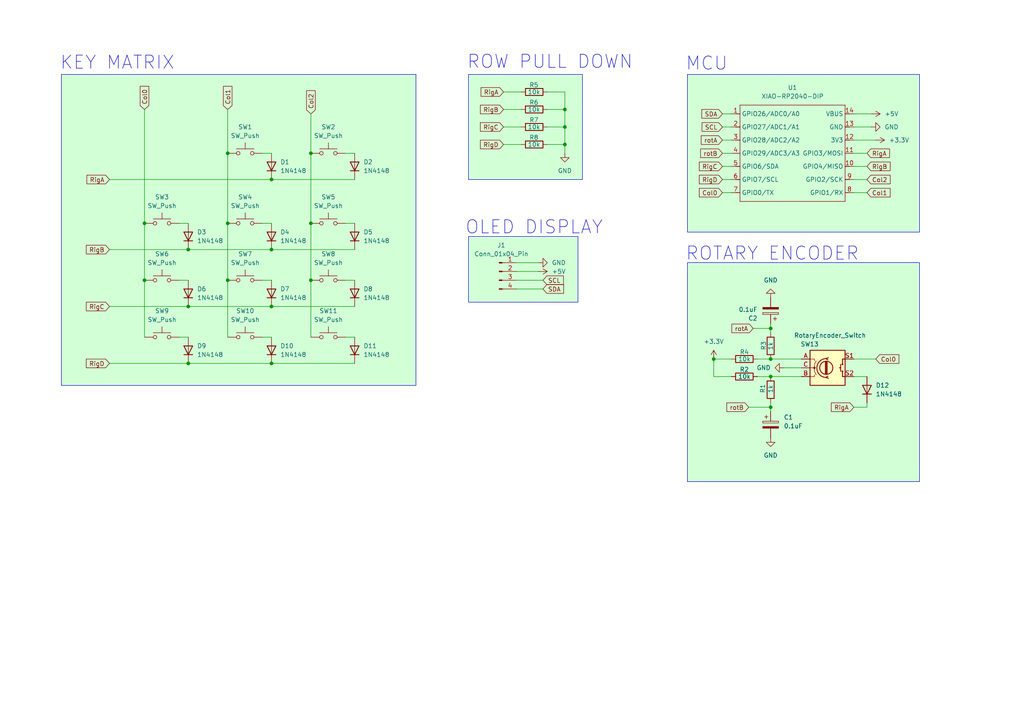
<source format=kicad_sch>
(kicad_sch
	(version 20250114)
	(generator "eeschema")
	(generator_version "9.0")
	(uuid "f5af6b8f-f8a2-4c68-ae7a-4238655d4c8f")
	(paper "A4")
	(lib_symbols
		(symbol "Connector:Conn_01x04_Pin"
			(pin_names
				(offset 1.016)
				(hide yes)
			)
			(exclude_from_sim no)
			(in_bom yes)
			(on_board yes)
			(property "Reference" "J"
				(at 0 5.08 0)
				(effects
					(font
						(size 1.27 1.27)
					)
				)
			)
			(property "Value" "Conn_01x04_Pin"
				(at 0 -7.62 0)
				(effects
					(font
						(size 1.27 1.27)
					)
				)
			)
			(property "Footprint" ""
				(at 0 0 0)
				(effects
					(font
						(size 1.27 1.27)
					)
					(hide yes)
				)
			)
			(property "Datasheet" "~"
				(at 0 0 0)
				(effects
					(font
						(size 1.27 1.27)
					)
					(hide yes)
				)
			)
			(property "Description" "Generic connector, single row, 01x04, script generated"
				(at 0 0 0)
				(effects
					(font
						(size 1.27 1.27)
					)
					(hide yes)
				)
			)
			(property "ki_locked" ""
				(at 0 0 0)
				(effects
					(font
						(size 1.27 1.27)
					)
				)
			)
			(property "ki_keywords" "connector"
				(at 0 0 0)
				(effects
					(font
						(size 1.27 1.27)
					)
					(hide yes)
				)
			)
			(property "ki_fp_filters" "Connector*:*_1x??_*"
				(at 0 0 0)
				(effects
					(font
						(size 1.27 1.27)
					)
					(hide yes)
				)
			)
			(symbol "Conn_01x04_Pin_1_1"
				(rectangle
					(start 0.8636 2.667)
					(end 0 2.413)
					(stroke
						(width 0.1524)
						(type default)
					)
					(fill
						(type outline)
					)
				)
				(rectangle
					(start 0.8636 0.127)
					(end 0 -0.127)
					(stroke
						(width 0.1524)
						(type default)
					)
					(fill
						(type outline)
					)
				)
				(rectangle
					(start 0.8636 -2.413)
					(end 0 -2.667)
					(stroke
						(width 0.1524)
						(type default)
					)
					(fill
						(type outline)
					)
				)
				(rectangle
					(start 0.8636 -4.953)
					(end 0 -5.207)
					(stroke
						(width 0.1524)
						(type default)
					)
					(fill
						(type outline)
					)
				)
				(polyline
					(pts
						(xy 1.27 2.54) (xy 0.8636 2.54)
					)
					(stroke
						(width 0.1524)
						(type default)
					)
					(fill
						(type none)
					)
				)
				(polyline
					(pts
						(xy 1.27 0) (xy 0.8636 0)
					)
					(stroke
						(width 0.1524)
						(type default)
					)
					(fill
						(type none)
					)
				)
				(polyline
					(pts
						(xy 1.27 -2.54) (xy 0.8636 -2.54)
					)
					(stroke
						(width 0.1524)
						(type default)
					)
					(fill
						(type none)
					)
				)
				(polyline
					(pts
						(xy 1.27 -5.08) (xy 0.8636 -5.08)
					)
					(stroke
						(width 0.1524)
						(type default)
					)
					(fill
						(type none)
					)
				)
				(pin passive line
					(at 5.08 2.54 180)
					(length 3.81)
					(name "Pin_1"
						(effects
							(font
								(size 1.27 1.27)
							)
						)
					)
					(number "1"
						(effects
							(font
								(size 1.27 1.27)
							)
						)
					)
				)
				(pin passive line
					(at 5.08 0 180)
					(length 3.81)
					(name "Pin_2"
						(effects
							(font
								(size 1.27 1.27)
							)
						)
					)
					(number "2"
						(effects
							(font
								(size 1.27 1.27)
							)
						)
					)
				)
				(pin passive line
					(at 5.08 -2.54 180)
					(length 3.81)
					(name "Pin_3"
						(effects
							(font
								(size 1.27 1.27)
							)
						)
					)
					(number "3"
						(effects
							(font
								(size 1.27 1.27)
							)
						)
					)
				)
				(pin passive line
					(at 5.08 -5.08 180)
					(length 3.81)
					(name "Pin_4"
						(effects
							(font
								(size 1.27 1.27)
							)
						)
					)
					(number "4"
						(effects
							(font
								(size 1.27 1.27)
							)
						)
					)
				)
			)
			(embedded_fonts no)
		)
		(symbol "Device:C_Polarized"
			(pin_numbers
				(hide yes)
			)
			(pin_names
				(offset 0.254)
			)
			(exclude_from_sim no)
			(in_bom yes)
			(on_board yes)
			(property "Reference" "C"
				(at 0.635 2.54 0)
				(effects
					(font
						(size 1.27 1.27)
					)
					(justify left)
				)
			)
			(property "Value" "C_Polarized"
				(at 0.635 -2.54 0)
				(effects
					(font
						(size 1.27 1.27)
					)
					(justify left)
				)
			)
			(property "Footprint" ""
				(at 0.9652 -3.81 0)
				(effects
					(font
						(size 1.27 1.27)
					)
					(hide yes)
				)
			)
			(property "Datasheet" "~"
				(at 0 0 0)
				(effects
					(font
						(size 1.27 1.27)
					)
					(hide yes)
				)
			)
			(property "Description" "Polarized capacitor"
				(at 0 0 0)
				(effects
					(font
						(size 1.27 1.27)
					)
					(hide yes)
				)
			)
			(property "ki_keywords" "cap capacitor"
				(at 0 0 0)
				(effects
					(font
						(size 1.27 1.27)
					)
					(hide yes)
				)
			)
			(property "ki_fp_filters" "CP_*"
				(at 0 0 0)
				(effects
					(font
						(size 1.27 1.27)
					)
					(hide yes)
				)
			)
			(symbol "C_Polarized_0_1"
				(rectangle
					(start -2.286 0.508)
					(end 2.286 1.016)
					(stroke
						(width 0)
						(type default)
					)
					(fill
						(type none)
					)
				)
				(polyline
					(pts
						(xy -1.778 2.286) (xy -0.762 2.286)
					)
					(stroke
						(width 0)
						(type default)
					)
					(fill
						(type none)
					)
				)
				(polyline
					(pts
						(xy -1.27 2.794) (xy -1.27 1.778)
					)
					(stroke
						(width 0)
						(type default)
					)
					(fill
						(type none)
					)
				)
				(rectangle
					(start 2.286 -0.508)
					(end -2.286 -1.016)
					(stroke
						(width 0)
						(type default)
					)
					(fill
						(type outline)
					)
				)
			)
			(symbol "C_Polarized_1_1"
				(pin passive line
					(at 0 3.81 270)
					(length 2.794)
					(name "~"
						(effects
							(font
								(size 1.27 1.27)
							)
						)
					)
					(number "1"
						(effects
							(font
								(size 1.27 1.27)
							)
						)
					)
				)
				(pin passive line
					(at 0 -3.81 90)
					(length 2.794)
					(name "~"
						(effects
							(font
								(size 1.27 1.27)
							)
						)
					)
					(number "2"
						(effects
							(font
								(size 1.27 1.27)
							)
						)
					)
				)
			)
			(embedded_fonts no)
		)
		(symbol "Device:R"
			(pin_numbers
				(hide yes)
			)
			(pin_names
				(offset 0)
			)
			(exclude_from_sim no)
			(in_bom yes)
			(on_board yes)
			(property "Reference" "R"
				(at 2.032 0 90)
				(effects
					(font
						(size 1.27 1.27)
					)
				)
			)
			(property "Value" "R"
				(at 0 0 90)
				(effects
					(font
						(size 1.27 1.27)
					)
				)
			)
			(property "Footprint" ""
				(at -1.778 0 90)
				(effects
					(font
						(size 1.27 1.27)
					)
					(hide yes)
				)
			)
			(property "Datasheet" "~"
				(at 0 0 0)
				(effects
					(font
						(size 1.27 1.27)
					)
					(hide yes)
				)
			)
			(property "Description" "Resistor"
				(at 0 0 0)
				(effects
					(font
						(size 1.27 1.27)
					)
					(hide yes)
				)
			)
			(property "ki_keywords" "R res resistor"
				(at 0 0 0)
				(effects
					(font
						(size 1.27 1.27)
					)
					(hide yes)
				)
			)
			(property "ki_fp_filters" "R_*"
				(at 0 0 0)
				(effects
					(font
						(size 1.27 1.27)
					)
					(hide yes)
				)
			)
			(symbol "R_0_1"
				(rectangle
					(start -1.016 -2.54)
					(end 1.016 2.54)
					(stroke
						(width 0.254)
						(type default)
					)
					(fill
						(type none)
					)
				)
			)
			(symbol "R_1_1"
				(pin passive line
					(at 0 3.81 270)
					(length 1.27)
					(name "~"
						(effects
							(font
								(size 1.27 1.27)
							)
						)
					)
					(number "1"
						(effects
							(font
								(size 1.27 1.27)
							)
						)
					)
				)
				(pin passive line
					(at 0 -3.81 90)
					(length 1.27)
					(name "~"
						(effects
							(font
								(size 1.27 1.27)
							)
						)
					)
					(number "2"
						(effects
							(font
								(size 1.27 1.27)
							)
						)
					)
				)
			)
			(embedded_fonts no)
		)
		(symbol "Device:RotaryEncoder_Switch"
			(pin_names
				(offset 0.254)
				(hide yes)
			)
			(exclude_from_sim no)
			(in_bom yes)
			(on_board yes)
			(property "Reference" "SW"
				(at 0 6.604 0)
				(effects
					(font
						(size 1.27 1.27)
					)
				)
			)
			(property "Value" "RotaryEncoder_Switch"
				(at 0 -6.604 0)
				(effects
					(font
						(size 1.27 1.27)
					)
				)
			)
			(property "Footprint" ""
				(at -3.81 4.064 0)
				(effects
					(font
						(size 1.27 1.27)
					)
					(hide yes)
				)
			)
			(property "Datasheet" "~"
				(at 0 6.604 0)
				(effects
					(font
						(size 1.27 1.27)
					)
					(hide yes)
				)
			)
			(property "Description" "Rotary encoder, dual channel, incremental quadrate outputs, with switch"
				(at 0 0 0)
				(effects
					(font
						(size 1.27 1.27)
					)
					(hide yes)
				)
			)
			(property "ki_keywords" "rotary switch encoder switch push button"
				(at 0 0 0)
				(effects
					(font
						(size 1.27 1.27)
					)
					(hide yes)
				)
			)
			(property "ki_fp_filters" "RotaryEncoder*Switch*"
				(at 0 0 0)
				(effects
					(font
						(size 1.27 1.27)
					)
					(hide yes)
				)
			)
			(symbol "RotaryEncoder_Switch_0_1"
				(rectangle
					(start -5.08 5.08)
					(end 5.08 -5.08)
					(stroke
						(width 0.254)
						(type default)
					)
					(fill
						(type background)
					)
				)
				(polyline
					(pts
						(xy -5.08 2.54) (xy -3.81 2.54) (xy -3.81 2.032)
					)
					(stroke
						(width 0)
						(type default)
					)
					(fill
						(type none)
					)
				)
				(polyline
					(pts
						(xy -5.08 0) (xy -3.81 0) (xy -3.81 -1.016) (xy -3.302 -2.032)
					)
					(stroke
						(width 0)
						(type default)
					)
					(fill
						(type none)
					)
				)
				(polyline
					(pts
						(xy -5.08 -2.54) (xy -3.81 -2.54) (xy -3.81 -2.032)
					)
					(stroke
						(width 0)
						(type default)
					)
					(fill
						(type none)
					)
				)
				(polyline
					(pts
						(xy -4.318 0) (xy -3.81 0) (xy -3.81 1.016) (xy -3.302 2.032)
					)
					(stroke
						(width 0)
						(type default)
					)
					(fill
						(type none)
					)
				)
				(circle
					(center -3.81 0)
					(radius 0.254)
					(stroke
						(width 0)
						(type default)
					)
					(fill
						(type outline)
					)
				)
				(polyline
					(pts
						(xy -0.635 -1.778) (xy -0.635 1.778)
					)
					(stroke
						(width 0.254)
						(type default)
					)
					(fill
						(type none)
					)
				)
				(circle
					(center -0.381 0)
					(radius 1.905)
					(stroke
						(width 0.254)
						(type default)
					)
					(fill
						(type none)
					)
				)
				(polyline
					(pts
						(xy -0.381 -1.778) (xy -0.381 1.778)
					)
					(stroke
						(width 0.254)
						(type default)
					)
					(fill
						(type none)
					)
				)
				(arc
					(start -0.381 -2.794)
					(mid -3.0988 -0.0635)
					(end -0.381 2.667)
					(stroke
						(width 0.254)
						(type default)
					)
					(fill
						(type none)
					)
				)
				(polyline
					(pts
						(xy -0.127 1.778) (xy -0.127 -1.778)
					)
					(stroke
						(width 0.254)
						(type default)
					)
					(fill
						(type none)
					)
				)
				(polyline
					(pts
						(xy 0.254 2.921) (xy -0.508 2.667) (xy 0.127 2.286)
					)
					(stroke
						(width 0.254)
						(type default)
					)
					(fill
						(type none)
					)
				)
				(polyline
					(pts
						(xy 0.254 -3.048) (xy -0.508 -2.794) (xy 0.127 -2.413)
					)
					(stroke
						(width 0.254)
						(type default)
					)
					(fill
						(type none)
					)
				)
				(polyline
					(pts
						(xy 3.81 1.016) (xy 3.81 -1.016)
					)
					(stroke
						(width 0.254)
						(type default)
					)
					(fill
						(type none)
					)
				)
				(polyline
					(pts
						(xy 3.81 0) (xy 3.429 0)
					)
					(stroke
						(width 0.254)
						(type default)
					)
					(fill
						(type none)
					)
				)
				(circle
					(center 4.318 1.016)
					(radius 0.127)
					(stroke
						(width 0.254)
						(type default)
					)
					(fill
						(type none)
					)
				)
				(circle
					(center 4.318 -1.016)
					(radius 0.127)
					(stroke
						(width 0.254)
						(type default)
					)
					(fill
						(type none)
					)
				)
				(polyline
					(pts
						(xy 5.08 2.54) (xy 4.318 2.54) (xy 4.318 1.016)
					)
					(stroke
						(width 0.254)
						(type default)
					)
					(fill
						(type none)
					)
				)
				(polyline
					(pts
						(xy 5.08 -2.54) (xy 4.318 -2.54) (xy 4.318 -1.016)
					)
					(stroke
						(width 0.254)
						(type default)
					)
					(fill
						(type none)
					)
				)
			)
			(symbol "RotaryEncoder_Switch_1_1"
				(pin passive line
					(at -7.62 2.54 0)
					(length 2.54)
					(name "A"
						(effects
							(font
								(size 1.27 1.27)
							)
						)
					)
					(number "A"
						(effects
							(font
								(size 1.27 1.27)
							)
						)
					)
				)
				(pin passive line
					(at -7.62 0 0)
					(length 2.54)
					(name "C"
						(effects
							(font
								(size 1.27 1.27)
							)
						)
					)
					(number "C"
						(effects
							(font
								(size 1.27 1.27)
							)
						)
					)
				)
				(pin passive line
					(at -7.62 -2.54 0)
					(length 2.54)
					(name "B"
						(effects
							(font
								(size 1.27 1.27)
							)
						)
					)
					(number "B"
						(effects
							(font
								(size 1.27 1.27)
							)
						)
					)
				)
				(pin passive line
					(at 7.62 2.54 180)
					(length 2.54)
					(name "S1"
						(effects
							(font
								(size 1.27 1.27)
							)
						)
					)
					(number "S1"
						(effects
							(font
								(size 1.27 1.27)
							)
						)
					)
				)
				(pin passive line
					(at 7.62 -2.54 180)
					(length 2.54)
					(name "S2"
						(effects
							(font
								(size 1.27 1.27)
							)
						)
					)
					(number "S2"
						(effects
							(font
								(size 1.27 1.27)
							)
						)
					)
				)
			)
			(embedded_fonts no)
		)
		(symbol "Diode:1N4148"
			(pin_numbers
				(hide yes)
			)
			(pin_names
				(hide yes)
			)
			(exclude_from_sim no)
			(in_bom yes)
			(on_board yes)
			(property "Reference" "D"
				(at 0 2.54 0)
				(effects
					(font
						(size 1.27 1.27)
					)
				)
			)
			(property "Value" "1N4148"
				(at 0 -2.54 0)
				(effects
					(font
						(size 1.27 1.27)
					)
				)
			)
			(property "Footprint" "Diode_THT:D_DO-35_SOD27_P7.62mm_Horizontal"
				(at 0 0 0)
				(effects
					(font
						(size 1.27 1.27)
					)
					(hide yes)
				)
			)
			(property "Datasheet" "https://assets.nexperia.com/documents/data-sheet/1N4148_1N4448.pdf"
				(at 0 0 0)
				(effects
					(font
						(size 1.27 1.27)
					)
					(hide yes)
				)
			)
			(property "Description" "100V 0.15A standard switching diode, DO-35"
				(at 0 0 0)
				(effects
					(font
						(size 1.27 1.27)
					)
					(hide yes)
				)
			)
			(property "Sim.Device" "D"
				(at 0 0 0)
				(effects
					(font
						(size 1.27 1.27)
					)
					(hide yes)
				)
			)
			(property "Sim.Pins" "1=K 2=A"
				(at 0 0 0)
				(effects
					(font
						(size 1.27 1.27)
					)
					(hide yes)
				)
			)
			(property "ki_keywords" "diode"
				(at 0 0 0)
				(effects
					(font
						(size 1.27 1.27)
					)
					(hide yes)
				)
			)
			(property "ki_fp_filters" "D*DO?35*"
				(at 0 0 0)
				(effects
					(font
						(size 1.27 1.27)
					)
					(hide yes)
				)
			)
			(symbol "1N4148_0_1"
				(polyline
					(pts
						(xy -1.27 1.27) (xy -1.27 -1.27)
					)
					(stroke
						(width 0.254)
						(type default)
					)
					(fill
						(type none)
					)
				)
				(polyline
					(pts
						(xy 1.27 1.27) (xy 1.27 -1.27) (xy -1.27 0) (xy 1.27 1.27)
					)
					(stroke
						(width 0.254)
						(type default)
					)
					(fill
						(type none)
					)
				)
				(polyline
					(pts
						(xy 1.27 0) (xy -1.27 0)
					)
					(stroke
						(width 0)
						(type default)
					)
					(fill
						(type none)
					)
				)
			)
			(symbol "1N4148_1_1"
				(pin passive line
					(at -3.81 0 0)
					(length 2.54)
					(name "K"
						(effects
							(font
								(size 1.27 1.27)
							)
						)
					)
					(number "1"
						(effects
							(font
								(size 1.27 1.27)
							)
						)
					)
				)
				(pin passive line
					(at 3.81 0 180)
					(length 2.54)
					(name "A"
						(effects
							(font
								(size 1.27 1.27)
							)
						)
					)
					(number "2"
						(effects
							(font
								(size 1.27 1.27)
							)
						)
					)
				)
			)
			(embedded_fonts no)
		)
		(symbol "OPL:XIAO-RP2040-DIP"
			(exclude_from_sim no)
			(in_bom yes)
			(on_board yes)
			(property "Reference" "U"
				(at 0 0 0)
				(effects
					(font
						(size 1.27 1.27)
					)
				)
			)
			(property "Value" "XIAO-RP2040-DIP"
				(at 5.334 -1.778 0)
				(effects
					(font
						(size 1.27 1.27)
					)
				)
			)
			(property "Footprint" "Module:MOUDLE14P-XIAO-DIP-SMD"
				(at 14.478 -32.258 0)
				(effects
					(font
						(size 1.27 1.27)
					)
					(hide yes)
				)
			)
			(property "Datasheet" ""
				(at 0 0 0)
				(effects
					(font
						(size 1.27 1.27)
					)
					(hide yes)
				)
			)
			(property "Description" ""
				(at 0 0 0)
				(effects
					(font
						(size 1.27 1.27)
					)
					(hide yes)
				)
			)
			(symbol "XIAO-RP2040-DIP_1_0"
				(polyline
					(pts
						(xy -1.27 -2.54) (xy 29.21 -2.54)
					)
					(stroke
						(width 0.1524)
						(type solid)
					)
					(fill
						(type none)
					)
				)
				(polyline
					(pts
						(xy -1.27 -5.08) (xy -2.54 -5.08)
					)
					(stroke
						(width 0.1524)
						(type solid)
					)
					(fill
						(type none)
					)
				)
				(polyline
					(pts
						(xy -1.27 -5.08) (xy -1.27 -2.54)
					)
					(stroke
						(width 0.1524)
						(type solid)
					)
					(fill
						(type none)
					)
				)
				(polyline
					(pts
						(xy -1.27 -8.89) (xy -2.54 -8.89)
					)
					(stroke
						(width 0.1524)
						(type solid)
					)
					(fill
						(type none)
					)
				)
				(polyline
					(pts
						(xy -1.27 -8.89) (xy -1.27 -5.08)
					)
					(stroke
						(width 0.1524)
						(type solid)
					)
					(fill
						(type none)
					)
				)
				(polyline
					(pts
						(xy -1.27 -12.7) (xy -2.54 -12.7)
					)
					(stroke
						(width 0.1524)
						(type solid)
					)
					(fill
						(type none)
					)
				)
				(polyline
					(pts
						(xy -1.27 -12.7) (xy -1.27 -8.89)
					)
					(stroke
						(width 0.1524)
						(type solid)
					)
					(fill
						(type none)
					)
				)
				(polyline
					(pts
						(xy -1.27 -16.51) (xy -2.54 -16.51)
					)
					(stroke
						(width 0.1524)
						(type solid)
					)
					(fill
						(type none)
					)
				)
				(polyline
					(pts
						(xy -1.27 -16.51) (xy -1.27 -12.7)
					)
					(stroke
						(width 0.1524)
						(type solid)
					)
					(fill
						(type none)
					)
				)
				(polyline
					(pts
						(xy -1.27 -20.32) (xy -2.54 -20.32)
					)
					(stroke
						(width 0.1524)
						(type solid)
					)
					(fill
						(type none)
					)
				)
				(polyline
					(pts
						(xy -1.27 -24.13) (xy -2.54 -24.13)
					)
					(stroke
						(width 0.1524)
						(type solid)
					)
					(fill
						(type none)
					)
				)
				(polyline
					(pts
						(xy -1.27 -27.94) (xy -2.54 -27.94)
					)
					(stroke
						(width 0.1524)
						(type solid)
					)
					(fill
						(type none)
					)
				)
				(polyline
					(pts
						(xy -1.27 -30.48) (xy -1.27 -16.51)
					)
					(stroke
						(width 0.1524)
						(type solid)
					)
					(fill
						(type none)
					)
				)
				(polyline
					(pts
						(xy 29.21 -2.54) (xy 29.21 -5.08)
					)
					(stroke
						(width 0.1524)
						(type solid)
					)
					(fill
						(type none)
					)
				)
				(polyline
					(pts
						(xy 29.21 -5.08) (xy 29.21 -8.89)
					)
					(stroke
						(width 0.1524)
						(type solid)
					)
					(fill
						(type none)
					)
				)
				(polyline
					(pts
						(xy 29.21 -8.89) (xy 29.21 -12.7)
					)
					(stroke
						(width 0.1524)
						(type solid)
					)
					(fill
						(type none)
					)
				)
				(polyline
					(pts
						(xy 29.21 -12.7) (xy 29.21 -30.48)
					)
					(stroke
						(width 0.1524)
						(type solid)
					)
					(fill
						(type none)
					)
				)
				(polyline
					(pts
						(xy 29.21 -30.48) (xy -1.27 -30.48)
					)
					(stroke
						(width 0.1524)
						(type solid)
					)
					(fill
						(type none)
					)
				)
				(polyline
					(pts
						(xy 30.48 -5.08) (xy 29.21 -5.08)
					)
					(stroke
						(width 0.1524)
						(type solid)
					)
					(fill
						(type none)
					)
				)
				(polyline
					(pts
						(xy 30.48 -8.89) (xy 29.21 -8.89)
					)
					(stroke
						(width 0.1524)
						(type solid)
					)
					(fill
						(type none)
					)
				)
				(polyline
					(pts
						(xy 30.48 -12.7) (xy 29.21 -12.7)
					)
					(stroke
						(width 0.1524)
						(type solid)
					)
					(fill
						(type none)
					)
				)
				(polyline
					(pts
						(xy 30.48 -16.51) (xy 29.21 -16.51)
					)
					(stroke
						(width 0.1524)
						(type solid)
					)
					(fill
						(type none)
					)
				)
				(polyline
					(pts
						(xy 30.48 -20.32) (xy 29.21 -20.32)
					)
					(stroke
						(width 0.1524)
						(type solid)
					)
					(fill
						(type none)
					)
				)
				(polyline
					(pts
						(xy 30.48 -24.13) (xy 29.21 -24.13)
					)
					(stroke
						(width 0.1524)
						(type solid)
					)
					(fill
						(type none)
					)
				)
				(polyline
					(pts
						(xy 30.48 -27.94) (xy 29.21 -27.94)
					)
					(stroke
						(width 0.1524)
						(type solid)
					)
					(fill
						(type none)
					)
				)
				(pin passive line
					(at -3.81 -5.08 0)
					(length 2.54)
					(name "GPIO26/ADC0/A0"
						(effects
							(font
								(size 1.27 1.27)
							)
						)
					)
					(number "1"
						(effects
							(font
								(size 1.27 1.27)
							)
						)
					)
				)
				(pin passive line
					(at -3.81 -8.89 0)
					(length 2.54)
					(name "GPIO27/ADC1/A1"
						(effects
							(font
								(size 1.27 1.27)
							)
						)
					)
					(number "2"
						(effects
							(font
								(size 1.27 1.27)
							)
						)
					)
				)
				(pin passive line
					(at -3.81 -12.7 0)
					(length 2.54)
					(name "GPIO28/ADC2/A2"
						(effects
							(font
								(size 1.27 1.27)
							)
						)
					)
					(number "3"
						(effects
							(font
								(size 1.27 1.27)
							)
						)
					)
				)
				(pin passive line
					(at -3.81 -16.51 0)
					(length 2.54)
					(name "GPIO29/ADC3/A3"
						(effects
							(font
								(size 1.27 1.27)
							)
						)
					)
					(number "4"
						(effects
							(font
								(size 1.27 1.27)
							)
						)
					)
				)
				(pin passive line
					(at -3.81 -20.32 0)
					(length 2.54)
					(name "GPIO6/SDA"
						(effects
							(font
								(size 1.27 1.27)
							)
						)
					)
					(number "5"
						(effects
							(font
								(size 1.27 1.27)
							)
						)
					)
				)
				(pin passive line
					(at -3.81 -24.13 0)
					(length 2.54)
					(name "GPIO7/SCL"
						(effects
							(font
								(size 1.27 1.27)
							)
						)
					)
					(number "6"
						(effects
							(font
								(size 1.27 1.27)
							)
						)
					)
				)
				(pin passive line
					(at -3.81 -27.94 0)
					(length 2.54)
					(name "GPIO0/TX"
						(effects
							(font
								(size 1.27 1.27)
							)
						)
					)
					(number "7"
						(effects
							(font
								(size 1.27 1.27)
							)
						)
					)
				)
				(pin passive line
					(at 31.75 -5.08 180)
					(length 2.54)
					(name "VBUS"
						(effects
							(font
								(size 1.27 1.27)
							)
						)
					)
					(number "14"
						(effects
							(font
								(size 1.27 1.27)
							)
						)
					)
				)
				(pin passive line
					(at 31.75 -8.89 180)
					(length 2.54)
					(name "GND"
						(effects
							(font
								(size 1.27 1.27)
							)
						)
					)
					(number "13"
						(effects
							(font
								(size 1.27 1.27)
							)
						)
					)
				)
				(pin passive line
					(at 31.75 -12.7 180)
					(length 2.54)
					(name "3V3"
						(effects
							(font
								(size 1.27 1.27)
							)
						)
					)
					(number "12"
						(effects
							(font
								(size 1.27 1.27)
							)
						)
					)
				)
				(pin passive line
					(at 31.75 -16.51 180)
					(length 2.54)
					(name "GPIO3/MOSI"
						(effects
							(font
								(size 1.27 1.27)
							)
						)
					)
					(number "11"
						(effects
							(font
								(size 1.27 1.27)
							)
						)
					)
				)
				(pin passive line
					(at 31.75 -20.32 180)
					(length 2.54)
					(name "GPIO4/MISO"
						(effects
							(font
								(size 1.27 1.27)
							)
						)
					)
					(number "10"
						(effects
							(font
								(size 1.27 1.27)
							)
						)
					)
				)
				(pin passive line
					(at 31.75 -24.13 180)
					(length 2.54)
					(name "GPIO2/SCK"
						(effects
							(font
								(size 1.27 1.27)
							)
						)
					)
					(number "9"
						(effects
							(font
								(size 1.27 1.27)
							)
						)
					)
				)
				(pin passive line
					(at 31.75 -27.94 180)
					(length 2.54)
					(name "GPIO1/RX"
						(effects
							(font
								(size 1.27 1.27)
							)
						)
					)
					(number "8"
						(effects
							(font
								(size 1.27 1.27)
							)
						)
					)
				)
			)
			(embedded_fonts no)
		)
		(symbol "Switch:SW_Push"
			(pin_numbers
				(hide yes)
			)
			(pin_names
				(offset 1.016)
				(hide yes)
			)
			(exclude_from_sim no)
			(in_bom yes)
			(on_board yes)
			(property "Reference" "SW"
				(at 1.27 2.54 0)
				(effects
					(font
						(size 1.27 1.27)
					)
					(justify left)
				)
			)
			(property "Value" "SW_Push"
				(at 0 -1.524 0)
				(effects
					(font
						(size 1.27 1.27)
					)
				)
			)
			(property "Footprint" ""
				(at 0 5.08 0)
				(effects
					(font
						(size 1.27 1.27)
					)
					(hide yes)
				)
			)
			(property "Datasheet" "~"
				(at 0 5.08 0)
				(effects
					(font
						(size 1.27 1.27)
					)
					(hide yes)
				)
			)
			(property "Description" "Push button switch, generic, two pins"
				(at 0 0 0)
				(effects
					(font
						(size 1.27 1.27)
					)
					(hide yes)
				)
			)
			(property "ki_keywords" "switch normally-open pushbutton push-button"
				(at 0 0 0)
				(effects
					(font
						(size 1.27 1.27)
					)
					(hide yes)
				)
			)
			(symbol "SW_Push_0_1"
				(circle
					(center -2.032 0)
					(radius 0.508)
					(stroke
						(width 0)
						(type default)
					)
					(fill
						(type none)
					)
				)
				(polyline
					(pts
						(xy 0 1.27) (xy 0 3.048)
					)
					(stroke
						(width 0)
						(type default)
					)
					(fill
						(type none)
					)
				)
				(circle
					(center 2.032 0)
					(radius 0.508)
					(stroke
						(width 0)
						(type default)
					)
					(fill
						(type none)
					)
				)
				(polyline
					(pts
						(xy 2.54 1.27) (xy -2.54 1.27)
					)
					(stroke
						(width 0)
						(type default)
					)
					(fill
						(type none)
					)
				)
				(pin passive line
					(at -5.08 0 0)
					(length 2.54)
					(name "1"
						(effects
							(font
								(size 1.27 1.27)
							)
						)
					)
					(number "1"
						(effects
							(font
								(size 1.27 1.27)
							)
						)
					)
				)
				(pin passive line
					(at 5.08 0 180)
					(length 2.54)
					(name "2"
						(effects
							(font
								(size 1.27 1.27)
							)
						)
					)
					(number "2"
						(effects
							(font
								(size 1.27 1.27)
							)
						)
					)
				)
			)
			(embedded_fonts no)
		)
		(symbol "power:+3.3V"
			(power)
			(pin_numbers
				(hide yes)
			)
			(pin_names
				(offset 0)
				(hide yes)
			)
			(exclude_from_sim no)
			(in_bom yes)
			(on_board yes)
			(property "Reference" "#PWR"
				(at 0 -3.81 0)
				(effects
					(font
						(size 1.27 1.27)
					)
					(hide yes)
				)
			)
			(property "Value" "+3.3V"
				(at 0 3.556 0)
				(effects
					(font
						(size 1.27 1.27)
					)
				)
			)
			(property "Footprint" ""
				(at 0 0 0)
				(effects
					(font
						(size 1.27 1.27)
					)
					(hide yes)
				)
			)
			(property "Datasheet" ""
				(at 0 0 0)
				(effects
					(font
						(size 1.27 1.27)
					)
					(hide yes)
				)
			)
			(property "Description" "Power symbol creates a global label with name \"+3.3V\""
				(at 0 0 0)
				(effects
					(font
						(size 1.27 1.27)
					)
					(hide yes)
				)
			)
			(property "ki_keywords" "global power"
				(at 0 0 0)
				(effects
					(font
						(size 1.27 1.27)
					)
					(hide yes)
				)
			)
			(symbol "+3.3V_0_1"
				(polyline
					(pts
						(xy -0.762 1.27) (xy 0 2.54)
					)
					(stroke
						(width 0)
						(type default)
					)
					(fill
						(type none)
					)
				)
				(polyline
					(pts
						(xy 0 2.54) (xy 0.762 1.27)
					)
					(stroke
						(width 0)
						(type default)
					)
					(fill
						(type none)
					)
				)
				(polyline
					(pts
						(xy 0 0) (xy 0 2.54)
					)
					(stroke
						(width 0)
						(type default)
					)
					(fill
						(type none)
					)
				)
			)
			(symbol "+3.3V_1_1"
				(pin power_in line
					(at 0 0 90)
					(length 0)
					(name "~"
						(effects
							(font
								(size 1.27 1.27)
							)
						)
					)
					(number "1"
						(effects
							(font
								(size 1.27 1.27)
							)
						)
					)
				)
			)
			(embedded_fonts no)
		)
		(symbol "power:+5V"
			(power)
			(pin_numbers
				(hide yes)
			)
			(pin_names
				(offset 0)
				(hide yes)
			)
			(exclude_from_sim no)
			(in_bom yes)
			(on_board yes)
			(property "Reference" "#PWR"
				(at 0 -3.81 0)
				(effects
					(font
						(size 1.27 1.27)
					)
					(hide yes)
				)
			)
			(property "Value" "+5V"
				(at 0 3.556 0)
				(effects
					(font
						(size 1.27 1.27)
					)
				)
			)
			(property "Footprint" ""
				(at 0 0 0)
				(effects
					(font
						(size 1.27 1.27)
					)
					(hide yes)
				)
			)
			(property "Datasheet" ""
				(at 0 0 0)
				(effects
					(font
						(size 1.27 1.27)
					)
					(hide yes)
				)
			)
			(property "Description" "Power symbol creates a global label with name \"+5V\""
				(at 0 0 0)
				(effects
					(font
						(size 1.27 1.27)
					)
					(hide yes)
				)
			)
			(property "ki_keywords" "global power"
				(at 0 0 0)
				(effects
					(font
						(size 1.27 1.27)
					)
					(hide yes)
				)
			)
			(symbol "+5V_0_1"
				(polyline
					(pts
						(xy -0.762 1.27) (xy 0 2.54)
					)
					(stroke
						(width 0)
						(type default)
					)
					(fill
						(type none)
					)
				)
				(polyline
					(pts
						(xy 0 2.54) (xy 0.762 1.27)
					)
					(stroke
						(width 0)
						(type default)
					)
					(fill
						(type none)
					)
				)
				(polyline
					(pts
						(xy 0 0) (xy 0 2.54)
					)
					(stroke
						(width 0)
						(type default)
					)
					(fill
						(type none)
					)
				)
			)
			(symbol "+5V_1_1"
				(pin power_in line
					(at 0 0 90)
					(length 0)
					(name "~"
						(effects
							(font
								(size 1.27 1.27)
							)
						)
					)
					(number "1"
						(effects
							(font
								(size 1.27 1.27)
							)
						)
					)
				)
			)
			(embedded_fonts no)
		)
		(symbol "power:GND"
			(power)
			(pin_numbers
				(hide yes)
			)
			(pin_names
				(offset 0)
				(hide yes)
			)
			(exclude_from_sim no)
			(in_bom yes)
			(on_board yes)
			(property "Reference" "#PWR"
				(at 0 -6.35 0)
				(effects
					(font
						(size 1.27 1.27)
					)
					(hide yes)
				)
			)
			(property "Value" "GND"
				(at 0 -3.81 0)
				(effects
					(font
						(size 1.27 1.27)
					)
				)
			)
			(property "Footprint" ""
				(at 0 0 0)
				(effects
					(font
						(size 1.27 1.27)
					)
					(hide yes)
				)
			)
			(property "Datasheet" ""
				(at 0 0 0)
				(effects
					(font
						(size 1.27 1.27)
					)
					(hide yes)
				)
			)
			(property "Description" "Power symbol creates a global label with name \"GND\" , ground"
				(at 0 0 0)
				(effects
					(font
						(size 1.27 1.27)
					)
					(hide yes)
				)
			)
			(property "ki_keywords" "global power"
				(at 0 0 0)
				(effects
					(font
						(size 1.27 1.27)
					)
					(hide yes)
				)
			)
			(symbol "GND_0_1"
				(polyline
					(pts
						(xy 0 0) (xy 0 -1.27) (xy 1.27 -1.27) (xy 0 -2.54) (xy -1.27 -1.27) (xy 0 -1.27)
					)
					(stroke
						(width 0)
						(type default)
					)
					(fill
						(type none)
					)
				)
			)
			(symbol "GND_1_1"
				(pin power_in line
					(at 0 0 270)
					(length 0)
					(name "~"
						(effects
							(font
								(size 1.27 1.27)
							)
						)
					)
					(number "1"
						(effects
							(font
								(size 1.27 1.27)
							)
						)
					)
				)
			)
			(embedded_fonts no)
		)
	)
	(rectangle
		(start 199.39 21.59)
		(end 266.7 67.31)
		(stroke
			(width 0)
			(type solid)
		)
		(fill
			(type color)
			(color 211 255 215 1)
		)
		(uuid 4950a0b3-3f96-494d-831e-8189cc8c7734)
	)
	(rectangle
		(start 199.39 76.2)
		(end 266.7 139.7)
		(stroke
			(width 0)
			(type solid)
		)
		(fill
			(type color)
			(color 211 255 215 1)
		)
		(uuid 6e01dde1-dfaa-4993-bd76-dc93bfac5e2e)
	)
	(rectangle
		(start 135.89 68.58)
		(end 167.64 87.63)
		(stroke
			(width 0)
			(type solid)
		)
		(fill
			(type color)
			(color 211 255 215 1)
		)
		(uuid 8e3b9f04-143e-4608-88fd-047cc675acf7)
	)
	(rectangle
		(start 17.78 21.59)
		(end 120.65 111.76)
		(stroke
			(width 0)
			(type solid)
		)
		(fill
			(type color)
			(color 211 255 215 1)
		)
		(uuid b1a41a4a-fdf1-4cac-bafb-68df1c8347c1)
	)
	(rectangle
		(start 135.89 21.59)
		(end 168.91 52.07)
		(stroke
			(width 0)
			(type solid)
		)
		(fill
			(type color)
			(color 211 255 215 1)
		)
		(uuid f654bdf9-19ea-470c-bc75-fdd737aaa18f)
	)
	(text "ROW PULL DOWN\n"
		(exclude_from_sim no)
		(at 159.512 18.034 0)
		(effects
			(font
				(size 3.81 3.81)
			)
		)
		(uuid "038c8561-6bd4-474c-9f50-f1d192ffb03c")
	)
	(text "KEY MATRIX\n"
		(exclude_from_sim no)
		(at 34.036 18.288 0)
		(effects
			(font
				(size 3.81 3.81)
			)
		)
		(uuid "392d99f8-dedd-4c5c-a633-22097c96ae7d")
	)
	(text "OLED DISPLAY\n"
		(exclude_from_sim no)
		(at 154.94 66.04 0)
		(effects
			(font
				(size 3.81 3.81)
			)
		)
		(uuid "40001260-dc27-4935-b170-270dae6d0768")
	)
	(text "ROTARY ENCODER\n"
		(exclude_from_sim no)
		(at 224.028 73.66 0)
		(effects
			(font
				(size 3.81 3.81)
			)
		)
		(uuid "44141638-d5ef-4e2f-8671-ebb28cda44be")
	)
	(text "MCU\n"
		(exclude_from_sim no)
		(at 204.978 18.542 0)
		(effects
			(font
				(size 3.81 3.81)
			)
		)
		(uuid "c3445088-5580-434a-b008-ad484644a840")
	)
	(junction
		(at 78.74 52.07)
		(diameter 0)
		(color 0 0 0 0)
		(uuid "02b4ed00-a2a7-4c70-9889-f5b81bd06cd7")
	)
	(junction
		(at 66.04 81.28)
		(diameter 0)
		(color 0 0 0 0)
		(uuid "076f54ba-e034-4107-ae0f-0a9ba5b4b58a")
	)
	(junction
		(at 41.91 64.77)
		(diameter 0)
		(color 0 0 0 0)
		(uuid "1329f29c-19e6-440a-8e95-c9fb497ca1ab")
	)
	(junction
		(at 163.83 41.91)
		(diameter 0)
		(color 0 0 0 0)
		(uuid "1497524c-98b7-43de-aa38-50deeeccd9fe")
	)
	(junction
		(at 54.61 72.39)
		(diameter 0)
		(color 0 0 0 0)
		(uuid "16b773c6-d6e3-4f59-87ea-67650680aa82")
	)
	(junction
		(at 41.91 81.28)
		(diameter 0)
		(color 0 0 0 0)
		(uuid "1c0a127d-b654-42dd-b7d2-f9de3f73be83")
	)
	(junction
		(at 163.83 36.83)
		(diameter 0)
		(color 0 0 0 0)
		(uuid "1ca00224-9232-454a-8f27-452ac475428e")
	)
	(junction
		(at 223.52 104.14)
		(diameter 0)
		(color 0 0 0 0)
		(uuid "2fe4a9d9-b32c-42a1-b3c4-318bf2ed7b2c")
	)
	(junction
		(at 223.52 118.11)
		(diameter 0)
		(color 0 0 0 0)
		(uuid "30ad2aeb-1ea9-487d-b41e-84aa021d914b")
	)
	(junction
		(at 78.74 88.9)
		(diameter 0)
		(color 0 0 0 0)
		(uuid "45e38f06-92dd-4ee5-8b75-74d807491780")
	)
	(junction
		(at 54.61 88.9)
		(diameter 0)
		(color 0 0 0 0)
		(uuid "5a87bdc9-d5d6-41c8-b8b0-7f2bb2819095")
	)
	(junction
		(at 78.74 105.41)
		(diameter 0)
		(color 0 0 0 0)
		(uuid "652b4e77-c397-4019-a82d-fbbe5e359bdc")
	)
	(junction
		(at 54.61 105.41)
		(diameter 0)
		(color 0 0 0 0)
		(uuid "658bbcd9-d369-4440-b8c6-80452cbcadf5")
	)
	(junction
		(at 223.52 95.25)
		(diameter 0)
		(color 0 0 0 0)
		(uuid "6d9bcbfa-251c-419d-9ec7-1c7e4cfdd872")
	)
	(junction
		(at 90.17 44.45)
		(diameter 0)
		(color 0 0 0 0)
		(uuid "96579c4a-c7e7-4940-8aa6-226cb8b31bed")
	)
	(junction
		(at 66.04 64.77)
		(diameter 0)
		(color 0 0 0 0)
		(uuid "9d24d383-489b-4de2-bf1d-e0c12c947aee")
	)
	(junction
		(at 163.83 31.75)
		(diameter 0)
		(color 0 0 0 0)
		(uuid "ac07d3cd-604c-4f97-88f6-c895b3cbfdae")
	)
	(junction
		(at 90.17 81.28)
		(diameter 0)
		(color 0 0 0 0)
		(uuid "af994abb-fe9e-4a8f-8fd3-9ffbbd0449a6")
	)
	(junction
		(at 207.01 104.14)
		(diameter 0)
		(color 0 0 0 0)
		(uuid "b76888ab-8c5c-4ee5-96c1-cc0ef359a4f0")
	)
	(junction
		(at 78.74 72.39)
		(diameter 0)
		(color 0 0 0 0)
		(uuid "babc494e-6a47-4e4d-b718-4e3687bea054")
	)
	(junction
		(at 223.52 109.22)
		(diameter 0)
		(color 0 0 0 0)
		(uuid "bfed9c1e-6c21-47b3-a4f0-7b4f60cfe7f1")
	)
	(junction
		(at 66.04 44.45)
		(diameter 0)
		(color 0 0 0 0)
		(uuid "c3ed9c72-9f7d-4d86-b47a-891f7bfc2a5d")
	)
	(junction
		(at 90.17 64.77)
		(diameter 0)
		(color 0 0 0 0)
		(uuid "e79cddd0-5e47-4bbd-9fed-c6727027c6ff")
	)
	(wire
		(pts
			(xy 146.05 26.67) (xy 151.13 26.67)
		)
		(stroke
			(width 0)
			(type default)
		)
		(uuid "042ff763-fe83-47c0-858c-fa4962fb703a")
	)
	(wire
		(pts
			(xy 41.91 81.28) (xy 41.91 97.79)
		)
		(stroke
			(width 0)
			(type default)
		)
		(uuid "061ab289-62a3-4bcd-afd9-c64951500756")
	)
	(wire
		(pts
			(xy 247.65 55.88) (xy 251.46 55.88)
		)
		(stroke
			(width 0)
			(type default)
		)
		(uuid "0eb72bf5-d170-446d-b371-48160ec1e68c")
	)
	(wire
		(pts
			(xy 223.52 118.11) (xy 223.52 116.84)
		)
		(stroke
			(width 0)
			(type default)
		)
		(uuid "11cf0749-e0fb-48d1-9d6a-f11daba9065a")
	)
	(wire
		(pts
			(xy 163.83 31.75) (xy 163.83 36.83)
		)
		(stroke
			(width 0)
			(type default)
		)
		(uuid "11f07406-0cc9-43fb-9534-01daa82d1a9f")
	)
	(wire
		(pts
			(xy 66.04 64.77) (xy 66.04 81.28)
		)
		(stroke
			(width 0)
			(type default)
		)
		(uuid "12d57d26-eea9-49c9-aceb-83ca75110872")
	)
	(wire
		(pts
			(xy 146.05 31.75) (xy 151.13 31.75)
		)
		(stroke
			(width 0)
			(type default)
		)
		(uuid "1a63b9d9-6428-4e14-ac0d-234e7e9b74a9")
	)
	(wire
		(pts
			(xy 219.71 109.22) (xy 223.52 109.22)
		)
		(stroke
			(width 0)
			(type default)
		)
		(uuid "1a97c389-8cd8-4dd6-a59e-e7761153093a")
	)
	(wire
		(pts
			(xy 31.75 105.41) (xy 54.61 105.41)
		)
		(stroke
			(width 0)
			(type default)
		)
		(uuid "1cbbb452-8e53-4c7b-bb66-7c874b415726")
	)
	(wire
		(pts
			(xy 100.33 44.45) (xy 102.87 44.45)
		)
		(stroke
			(width 0)
			(type default)
		)
		(uuid "2b7089d1-bdf8-450f-b715-5b2396d5e0c7")
	)
	(wire
		(pts
			(xy 149.86 78.74) (xy 156.21 78.74)
		)
		(stroke
			(width 0)
			(type default)
		)
		(uuid "2c9cf82c-40dc-421e-b7d3-0e413f58fb8d")
	)
	(wire
		(pts
			(xy 149.86 76.2) (xy 156.21 76.2)
		)
		(stroke
			(width 0)
			(type default)
		)
		(uuid "2cc93ce3-dd1c-4d1c-a376-d07f22b88fd8")
	)
	(wire
		(pts
			(xy 247.65 118.11) (xy 251.46 118.11)
		)
		(stroke
			(width 0)
			(type default)
		)
		(uuid "2ccb63c1-8762-4ffe-a1e9-1c6d3b2907bb")
	)
	(wire
		(pts
			(xy 66.04 44.45) (xy 66.04 64.77)
		)
		(stroke
			(width 0)
			(type default)
		)
		(uuid "307b7990-2737-453a-b293-2a975250486e")
	)
	(wire
		(pts
			(xy 149.86 83.82) (xy 157.48 83.82)
		)
		(stroke
			(width 0)
			(type default)
		)
		(uuid "33d5c12e-d59e-4024-a7e0-4430efaaa742")
	)
	(wire
		(pts
			(xy 52.07 97.79) (xy 54.61 97.79)
		)
		(stroke
			(width 0)
			(type default)
		)
		(uuid "371017da-b295-4091-abd7-a35ccaa99c59")
	)
	(wire
		(pts
			(xy 227.33 106.68) (xy 232.41 106.68)
		)
		(stroke
			(width 0)
			(type default)
		)
		(uuid "3b529367-c637-4a0b-9b8a-64222ce3c960")
	)
	(wire
		(pts
			(xy 90.17 33.02) (xy 90.17 44.45)
		)
		(stroke
			(width 0)
			(type default)
		)
		(uuid "3ba6f6ce-aea2-4a0e-810b-20aa6698c0ea")
	)
	(wire
		(pts
			(xy 219.71 104.14) (xy 223.52 104.14)
		)
		(stroke
			(width 0)
			(type default)
		)
		(uuid "3d5d19ba-fe93-4a26-9a3c-1b1fe98adfbf")
	)
	(wire
		(pts
			(xy 90.17 64.77) (xy 90.17 81.28)
		)
		(stroke
			(width 0)
			(type default)
		)
		(uuid "3e312b60-e882-424e-b2d5-6f8e7563e2b3")
	)
	(wire
		(pts
			(xy 217.17 118.11) (xy 223.52 118.11)
		)
		(stroke
			(width 0)
			(type default)
		)
		(uuid "46a574e1-c474-4c94-a0e3-458d95e2f4cf")
	)
	(wire
		(pts
			(xy 76.2 81.28) (xy 78.74 81.28)
		)
		(stroke
			(width 0)
			(type default)
		)
		(uuid "4a5c0dd2-149b-4611-a0be-2def54dc977c")
	)
	(wire
		(pts
			(xy 247.65 104.14) (xy 254 104.14)
		)
		(stroke
			(width 0)
			(type default)
		)
		(uuid "529e630c-bd7d-4ecb-8d89-b6ab8669318f")
	)
	(wire
		(pts
			(xy 100.33 97.79) (xy 102.87 97.79)
		)
		(stroke
			(width 0)
			(type default)
		)
		(uuid "5502a339-9f53-49dc-b2cf-fcd57d9c68fb")
	)
	(wire
		(pts
			(xy 158.75 26.67) (xy 163.83 26.67)
		)
		(stroke
			(width 0)
			(type default)
		)
		(uuid "5c6fcf49-2318-4c80-abf2-a9d0f9d7bf84")
	)
	(wire
		(pts
			(xy 247.65 40.64) (xy 254 40.64)
		)
		(stroke
			(width 0)
			(type default)
		)
		(uuid "5d39c310-d952-4c86-9e26-7a025b7a75f3")
	)
	(wire
		(pts
			(xy 247.65 44.45) (xy 251.46 44.45)
		)
		(stroke
			(width 0)
			(type default)
		)
		(uuid "5e3c2809-3283-4f6b-9aaf-2fba826e8f9a")
	)
	(wire
		(pts
			(xy 251.46 118.11) (xy 251.46 116.84)
		)
		(stroke
			(width 0)
			(type default)
		)
		(uuid "6055fd20-359d-4225-a165-6e05dc2cbe19")
	)
	(wire
		(pts
			(xy 54.61 88.9) (xy 78.74 88.9)
		)
		(stroke
			(width 0)
			(type default)
		)
		(uuid "643845ad-21a5-4897-8a6b-9f2e8f082ff2")
	)
	(wire
		(pts
			(xy 100.33 81.28) (xy 102.87 81.28)
		)
		(stroke
			(width 0)
			(type default)
		)
		(uuid "66672b99-b31e-477f-b8c8-99b509e07d85")
	)
	(wire
		(pts
			(xy 41.91 64.77) (xy 41.91 81.28)
		)
		(stroke
			(width 0)
			(type default)
		)
		(uuid "67956595-6c03-46ef-b405-72d0d0912161")
	)
	(wire
		(pts
			(xy 209.55 33.02) (xy 212.09 33.02)
		)
		(stroke
			(width 0)
			(type default)
		)
		(uuid "7131ec71-2944-4dd8-ab39-10d37d85c4fe")
	)
	(wire
		(pts
			(xy 78.74 105.41) (xy 102.87 105.41)
		)
		(stroke
			(width 0)
			(type default)
		)
		(uuid "73fd70e0-70da-4ea2-ae21-08b108a5d81b")
	)
	(wire
		(pts
			(xy 207.01 104.14) (xy 212.09 104.14)
		)
		(stroke
			(width 0)
			(type default)
		)
		(uuid "7430591b-6639-42f5-a546-8c3441cafb33")
	)
	(wire
		(pts
			(xy 207.01 104.14) (xy 207.01 109.22)
		)
		(stroke
			(width 0)
			(type default)
		)
		(uuid "7464f35b-7316-456c-be1d-5666f99220b5")
	)
	(wire
		(pts
			(xy 223.52 109.22) (xy 232.41 109.22)
		)
		(stroke
			(width 0)
			(type default)
		)
		(uuid "74ca739e-f966-402a-8150-b6500edda1d0")
	)
	(wire
		(pts
			(xy 76.2 64.77) (xy 78.74 64.77)
		)
		(stroke
			(width 0)
			(type default)
		)
		(uuid "75c185e0-419a-4724-9e7f-0aee0736904a")
	)
	(wire
		(pts
			(xy 54.61 72.39) (xy 78.74 72.39)
		)
		(stroke
			(width 0)
			(type default)
		)
		(uuid "77bb8a1a-2221-4df4-ad26-51a323e8d00c")
	)
	(wire
		(pts
			(xy 100.33 64.77) (xy 102.87 64.77)
		)
		(stroke
			(width 0)
			(type default)
		)
		(uuid "78d167d1-2184-4946-9879-51410ad29c01")
	)
	(wire
		(pts
			(xy 66.04 31.75) (xy 66.04 44.45)
		)
		(stroke
			(width 0)
			(type default)
		)
		(uuid "79daed0c-8653-4db1-8c5a-589e0208d58f")
	)
	(wire
		(pts
			(xy 66.04 81.28) (xy 66.04 97.79)
		)
		(stroke
			(width 0)
			(type default)
		)
		(uuid "7ba610dc-c869-4966-82c6-82cffab17621")
	)
	(wire
		(pts
			(xy 31.75 88.9) (xy 54.61 88.9)
		)
		(stroke
			(width 0)
			(type default)
		)
		(uuid "7dfc62f5-9f63-40b1-a5c0-20e76c648947")
	)
	(wire
		(pts
			(xy 76.2 97.79) (xy 78.74 97.79)
		)
		(stroke
			(width 0)
			(type default)
		)
		(uuid "8065268c-4f20-45f7-8bf1-82b734eab892")
	)
	(wire
		(pts
			(xy 54.61 105.41) (xy 78.74 105.41)
		)
		(stroke
			(width 0)
			(type default)
		)
		(uuid "88a9d6fb-99fe-49f6-a6e9-101a380c9b45")
	)
	(wire
		(pts
			(xy 52.07 64.77) (xy 54.61 64.77)
		)
		(stroke
			(width 0)
			(type default)
		)
		(uuid "890af27f-d598-45d6-81e2-a3e038ddb83f")
	)
	(wire
		(pts
			(xy 218.44 95.25) (xy 223.52 95.25)
		)
		(stroke
			(width 0)
			(type default)
		)
		(uuid "8b866d9b-6fca-42b5-af3b-d83fcebe969a")
	)
	(wire
		(pts
			(xy 247.65 33.02) (xy 252.73 33.02)
		)
		(stroke
			(width 0)
			(type default)
		)
		(uuid "8ca0e0d1-a018-4992-ae73-8bf9120f1d39")
	)
	(wire
		(pts
			(xy 212.09 109.22) (xy 207.01 109.22)
		)
		(stroke
			(width 0)
			(type default)
		)
		(uuid "9124f2a2-9350-4cc7-bcfe-c7735a4cad64")
	)
	(wire
		(pts
			(xy 158.75 31.75) (xy 163.83 31.75)
		)
		(stroke
			(width 0)
			(type default)
		)
		(uuid "9452e068-1071-453c-a1e8-0a692a9ce6f6")
	)
	(wire
		(pts
			(xy 90.17 81.28) (xy 90.17 97.79)
		)
		(stroke
			(width 0)
			(type default)
		)
		(uuid "94851bbe-fb36-414f-80bf-994716a53180")
	)
	(wire
		(pts
			(xy 78.74 88.9) (xy 102.87 88.9)
		)
		(stroke
			(width 0)
			(type default)
		)
		(uuid "9ec7103e-9bf3-4961-976f-1256291efa53")
	)
	(wire
		(pts
			(xy 247.65 52.07) (xy 251.46 52.07)
		)
		(stroke
			(width 0)
			(type default)
		)
		(uuid "a406491f-eba9-41db-bcc8-f4cc37d787da")
	)
	(wire
		(pts
			(xy 209.55 36.83) (xy 212.09 36.83)
		)
		(stroke
			(width 0)
			(type default)
		)
		(uuid "a8484d6d-63f1-4876-99e7-d06621c77e38")
	)
	(wire
		(pts
			(xy 78.74 52.07) (xy 102.87 52.07)
		)
		(stroke
			(width 0)
			(type default)
		)
		(uuid "aa9b5045-2a7f-4d6c-bba7-6e2c7fe5a42f")
	)
	(wire
		(pts
			(xy 223.52 119.38) (xy 223.52 118.11)
		)
		(stroke
			(width 0)
			(type default)
		)
		(uuid "aec56091-7ddb-4295-9d17-1243eaf922c5")
	)
	(wire
		(pts
			(xy 247.65 48.26) (xy 251.46 48.26)
		)
		(stroke
			(width 0)
			(type default)
		)
		(uuid "b63351ea-f354-4659-8aa0-810e26f01f4d")
	)
	(wire
		(pts
			(xy 247.65 36.83) (xy 252.73 36.83)
		)
		(stroke
			(width 0)
			(type default)
		)
		(uuid "b66c42ed-314b-43bb-b3ee-cbf9a4b10aed")
	)
	(wire
		(pts
			(xy 158.75 41.91) (xy 163.83 41.91)
		)
		(stroke
			(width 0)
			(type default)
		)
		(uuid "b9a59bb8-cbe5-49fc-bd3e-ca17f3649772")
	)
	(wire
		(pts
			(xy 31.75 52.07) (xy 78.74 52.07)
		)
		(stroke
			(width 0)
			(type default)
		)
		(uuid "bc1ddbe6-79e5-423a-879e-31b47ba9d777")
	)
	(wire
		(pts
			(xy 158.75 36.83) (xy 163.83 36.83)
		)
		(stroke
			(width 0)
			(type default)
		)
		(uuid "bee40791-9254-4c97-9d87-14b73d665824")
	)
	(wire
		(pts
			(xy 163.83 41.91) (xy 163.83 44.45)
		)
		(stroke
			(width 0)
			(type default)
		)
		(uuid "bf47e210-7bdb-4fec-a4c2-a50cfb6e482c")
	)
	(wire
		(pts
			(xy 52.07 81.28) (xy 54.61 81.28)
		)
		(stroke
			(width 0)
			(type default)
		)
		(uuid "c165f064-f744-4adc-a75a-b80146f09ebe")
	)
	(wire
		(pts
			(xy 146.05 36.83) (xy 151.13 36.83)
		)
		(stroke
			(width 0)
			(type default)
		)
		(uuid "c337532c-362a-41ca-b41a-75730a35f60c")
	)
	(wire
		(pts
			(xy 31.75 72.39) (xy 54.61 72.39)
		)
		(stroke
			(width 0)
			(type default)
		)
		(uuid "c5115468-466d-4c13-a67c-57b35605cddc")
	)
	(wire
		(pts
			(xy 223.52 93.98) (xy 223.52 95.25)
		)
		(stroke
			(width 0)
			(type default)
		)
		(uuid "c55c00f9-774a-41b3-82e0-41d217cb783a")
	)
	(wire
		(pts
			(xy 223.52 104.14) (xy 232.41 104.14)
		)
		(stroke
			(width 0)
			(type default)
		)
		(uuid "d4a6d0fd-fb37-42d7-b4cf-753b55ed33a8")
	)
	(wire
		(pts
			(xy 209.55 48.26) (xy 212.09 48.26)
		)
		(stroke
			(width 0)
			(type default)
		)
		(uuid "d70a8df3-5e6d-4df4-908f-82f038d4525e")
	)
	(wire
		(pts
			(xy 149.86 81.28) (xy 157.48 81.28)
		)
		(stroke
			(width 0)
			(type default)
		)
		(uuid "d7f5e57d-31ca-4e62-807b-0a1b3b32b9c1")
	)
	(wire
		(pts
			(xy 146.05 41.91) (xy 151.13 41.91)
		)
		(stroke
			(width 0)
			(type default)
		)
		(uuid "d7fb9b3d-a843-4240-b94c-536f2df1d5b6")
	)
	(wire
		(pts
			(xy 209.55 40.64) (xy 212.09 40.64)
		)
		(stroke
			(width 0)
			(type default)
		)
		(uuid "df5c9de1-bc6a-4b5e-a3c5-7b92a309c682")
	)
	(wire
		(pts
			(xy 209.55 52.07) (xy 212.09 52.07)
		)
		(stroke
			(width 0)
			(type default)
		)
		(uuid "e49e3a18-d2e2-4582-8e15-8b410c2d1456")
	)
	(wire
		(pts
			(xy 209.55 44.45) (xy 212.09 44.45)
		)
		(stroke
			(width 0)
			(type default)
		)
		(uuid "e9b94c2c-96d3-45f6-85d1-45113d94222b")
	)
	(wire
		(pts
			(xy 163.83 26.67) (xy 163.83 31.75)
		)
		(stroke
			(width 0)
			(type default)
		)
		(uuid "ecc1a1c9-510f-4c32-8013-16ffd36d3f78")
	)
	(wire
		(pts
			(xy 223.52 95.25) (xy 223.52 96.52)
		)
		(stroke
			(width 0)
			(type default)
		)
		(uuid "ee3b1a03-57e1-4b2f-8afd-0fbcb8c62697")
	)
	(wire
		(pts
			(xy 163.83 36.83) (xy 163.83 41.91)
		)
		(stroke
			(width 0)
			(type default)
		)
		(uuid "eed5f3d4-f1d6-45fe-96a2-75828a392a49")
	)
	(wire
		(pts
			(xy 78.74 72.39) (xy 102.87 72.39)
		)
		(stroke
			(width 0)
			(type default)
		)
		(uuid "f58e9aee-26a3-4719-a8d8-8630ce2205d4")
	)
	(wire
		(pts
			(xy 90.17 44.45) (xy 90.17 64.77)
		)
		(stroke
			(width 0)
			(type default)
		)
		(uuid "f66ec6a2-8e39-461d-938b-8b21d16a1d1a")
	)
	(wire
		(pts
			(xy 41.91 31.75) (xy 41.91 64.77)
		)
		(stroke
			(width 0)
			(type default)
		)
		(uuid "f7bb87f1-4dfa-497e-b1ed-e6e0f3bcd556")
	)
	(wire
		(pts
			(xy 76.2 44.45) (xy 78.74 44.45)
		)
		(stroke
			(width 0)
			(type default)
		)
		(uuid "f850a914-d8ca-43d5-9ac5-3e3b32cc7b91")
	)
	(wire
		(pts
			(xy 209.55 55.88) (xy 212.09 55.88)
		)
		(stroke
			(width 0)
			(type default)
		)
		(uuid "fb04618a-5038-4fa9-bf47-388c90b5ce9f")
	)
	(wire
		(pts
			(xy 247.65 109.22) (xy 251.46 109.22)
		)
		(stroke
			(width 0)
			(type default)
		)
		(uuid "fcda2358-09e0-4291-b591-88d95a3dd8e6")
	)
	(global_label "RigC"
		(shape input)
		(at 146.05 36.83 180)
		(fields_autoplaced yes)
		(effects
			(font
				(size 1.27 1.27)
			)
			(justify right)
		)
		(uuid "06dbc6e8-3b5d-4fdd-ac43-40534865bfc2")
		(property "Intersheetrefs" "${INTERSHEET_REFS}"
			(at 138.771 36.83 0)
			(effects
				(font
					(size 1.27 1.27)
				)
				(justify right)
				(hide yes)
			)
		)
	)
	(global_label "RigB"
		(shape input)
		(at 251.46 48.26 0)
		(fields_autoplaced yes)
		(effects
			(font
				(size 1.27 1.27)
			)
			(justify left)
		)
		(uuid "08a1a1fb-fe4f-4cfa-897a-bca4b219e27a")
		(property "Intersheetrefs" "${INTERSHEET_REFS}"
			(at 258.739 48.26 0)
			(effects
				(font
					(size 1.27 1.27)
				)
				(justify left)
				(hide yes)
			)
		)
	)
	(global_label "SCL"
		(shape input)
		(at 157.48 81.28 0)
		(fields_autoplaced yes)
		(effects
			(font
				(size 1.27 1.27)
			)
			(justify left)
		)
		(uuid "17f2a17a-25c0-47bd-b716-f46c9472c945")
		(property "Intersheetrefs" "${INTERSHEET_REFS}"
			(at 163.9728 81.28 0)
			(effects
				(font
					(size 1.27 1.27)
				)
				(justify left)
				(hide yes)
			)
		)
	)
	(global_label "Col0"
		(shape input)
		(at 209.55 55.88 180)
		(fields_autoplaced yes)
		(effects
			(font
				(size 1.27 1.27)
			)
			(justify right)
		)
		(uuid "19554259-a1e4-44f3-887f-525d1243bb09")
		(property "Intersheetrefs" "${INTERSHEET_REFS}"
			(at 202.2711 55.88 0)
			(effects
				(font
					(size 1.27 1.27)
				)
				(justify right)
				(hide yes)
			)
		)
	)
	(global_label "rotA"
		(shape input)
		(at 209.55 40.64 180)
		(fields_autoplaced yes)
		(effects
			(font
				(size 1.27 1.27)
			)
			(justify right)
		)
		(uuid "1aff5196-7380-4242-9c3c-0b9620c818b9")
		(property "Intersheetrefs" "${INTERSHEET_REFS}"
			(at 202.8153 40.64 0)
			(effects
				(font
					(size 1.27 1.27)
				)
				(justify right)
				(hide yes)
			)
		)
	)
	(global_label "Col0"
		(shape input)
		(at 41.91 31.75 90)
		(fields_autoplaced yes)
		(effects
			(font
				(size 1.27 1.27)
			)
			(justify left)
		)
		(uuid "3af84ac1-5264-4be0-b9b2-d4b724525059")
		(property "Intersheetrefs" "${INTERSHEET_REFS}"
			(at 41.91 24.4711 90)
			(effects
				(font
					(size 1.27 1.27)
				)
				(justify left)
				(hide yes)
			)
		)
	)
	(global_label "RigD"
		(shape input)
		(at 146.05 41.91 180)
		(fields_autoplaced yes)
		(effects
			(font
				(size 1.27 1.27)
			)
			(justify right)
		)
		(uuid "4ac6f74d-5e0f-4791-ab2f-3c3ea1b6f4d0")
		(property "Intersheetrefs" "${INTERSHEET_REFS}"
			(at 138.771 41.91 0)
			(effects
				(font
					(size 1.27 1.27)
				)
				(justify right)
				(hide yes)
			)
		)
	)
	(global_label "RigB"
		(shape input)
		(at 31.75 72.39 180)
		(fields_autoplaced yes)
		(effects
			(font
				(size 1.27 1.27)
			)
			(justify right)
		)
		(uuid "52d24d67-dc79-4ee5-a9d1-27c22c4326ed")
		(property "Intersheetrefs" "${INTERSHEET_REFS}"
			(at 24.471 72.39 0)
			(effects
				(font
					(size 1.27 1.27)
				)
				(justify right)
				(hide yes)
			)
		)
	)
	(global_label "Col2"
		(shape input)
		(at 251.46 52.07 0)
		(fields_autoplaced yes)
		(effects
			(font
				(size 1.27 1.27)
			)
			(justify left)
		)
		(uuid "6286cc31-8c47-4c81-abf5-4b5e36587031")
		(property "Intersheetrefs" "${INTERSHEET_REFS}"
			(at 258.7389 52.07 0)
			(effects
				(font
					(size 1.27 1.27)
				)
				(justify left)
				(hide yes)
			)
		)
	)
	(global_label "Col1"
		(shape input)
		(at 66.04 31.75 90)
		(fields_autoplaced yes)
		(effects
			(font
				(size 1.27 1.27)
			)
			(justify left)
		)
		(uuid "723a55d4-d8cf-453e-a63d-6a90b54f5e66")
		(property "Intersheetrefs" "${INTERSHEET_REFS}"
			(at 66.04 24.4711 90)
			(effects
				(font
					(size 1.27 1.27)
				)
				(justify left)
				(hide yes)
			)
		)
	)
	(global_label "RigA"
		(shape input)
		(at 251.46 44.45 0)
		(fields_autoplaced yes)
		(effects
			(font
				(size 1.27 1.27)
			)
			(justify left)
		)
		(uuid "7ab3eb82-7208-48cf-ab3d-0f4a619eb9bf")
		(property "Intersheetrefs" "${INTERSHEET_REFS}"
			(at 258.5576 44.45 0)
			(effects
				(font
					(size 1.27 1.27)
				)
				(justify left)
				(hide yes)
			)
		)
	)
	(global_label "rotB"
		(shape input)
		(at 217.17 118.11 180)
		(fields_autoplaced yes)
		(effects
			(font
				(size 1.27 1.27)
			)
			(justify right)
		)
		(uuid "7d38d59d-4ccf-4fc3-aa9b-1c80eb11296a")
		(property "Intersheetrefs" "${INTERSHEET_REFS}"
			(at 210.2539 118.11 0)
			(effects
				(font
					(size 1.27 1.27)
				)
				(justify right)
				(hide yes)
			)
		)
	)
	(global_label "RigC"
		(shape input)
		(at 209.55 48.26 180)
		(fields_autoplaced yes)
		(effects
			(font
				(size 1.27 1.27)
			)
			(justify right)
		)
		(uuid "7df78e7e-a81f-4b98-afb5-2aeabad4c2ac")
		(property "Intersheetrefs" "${INTERSHEET_REFS}"
			(at 202.271 48.26 0)
			(effects
				(font
					(size 1.27 1.27)
				)
				(justify right)
				(hide yes)
			)
		)
	)
	(global_label "RigC"
		(shape input)
		(at 31.75 88.9 180)
		(fields_autoplaced yes)
		(effects
			(font
				(size 1.27 1.27)
			)
			(justify right)
		)
		(uuid "9186d709-3f83-4eef-aacc-5755a193aec3")
		(property "Intersheetrefs" "${INTERSHEET_REFS}"
			(at 24.471 88.9 0)
			(effects
				(font
					(size 1.27 1.27)
				)
				(justify right)
				(hide yes)
			)
		)
	)
	(global_label "RigA"
		(shape input)
		(at 31.75 52.07 180)
		(fields_autoplaced yes)
		(effects
			(font
				(size 1.27 1.27)
			)
			(justify right)
		)
		(uuid "94633cc3-1216-4d41-8dd7-f0b9f72b116c")
		(property "Intersheetrefs" "${INTERSHEET_REFS}"
			(at 24.6524 52.07 0)
			(effects
				(font
					(size 1.27 1.27)
				)
				(justify right)
				(hide yes)
			)
		)
	)
	(global_label "RigD"
		(shape input)
		(at 209.55 52.07 180)
		(fields_autoplaced yes)
		(effects
			(font
				(size 1.27 1.27)
			)
			(justify right)
		)
		(uuid "9d9f02fe-f004-4b3a-9d90-033589910187")
		(property "Intersheetrefs" "${INTERSHEET_REFS}"
			(at 202.271 52.07 0)
			(effects
				(font
					(size 1.27 1.27)
				)
				(justify right)
				(hide yes)
			)
		)
	)
	(global_label "Col0"
		(shape input)
		(at 254 104.14 0)
		(fields_autoplaced yes)
		(effects
			(font
				(size 1.27 1.27)
			)
			(justify left)
		)
		(uuid "a359a310-55df-440b-a7d2-0b0a392fc3a8")
		(property "Intersheetrefs" "${INTERSHEET_REFS}"
			(at 261.2789 104.14 0)
			(effects
				(font
					(size 1.27 1.27)
				)
				(justify left)
				(hide yes)
			)
		)
	)
	(global_label "RigA"
		(shape input)
		(at 146.05 26.67 180)
		(fields_autoplaced yes)
		(effects
			(font
				(size 1.27 1.27)
			)
			(justify right)
		)
		(uuid "a68deff8-9519-40f9-9c25-d17004ec4adc")
		(property "Intersheetrefs" "${INTERSHEET_REFS}"
			(at 138.9524 26.67 0)
			(effects
				(font
					(size 1.27 1.27)
				)
				(justify right)
				(hide yes)
			)
		)
	)
	(global_label "SCL"
		(shape input)
		(at 209.55 36.83 180)
		(fields_autoplaced yes)
		(effects
			(font
				(size 1.27 1.27)
			)
			(justify right)
		)
		(uuid "a9d0a9d8-09b4-44a9-8b5e-43c2e4c2f97b")
		(property "Intersheetrefs" "${INTERSHEET_REFS}"
			(at 203.0572 36.83 0)
			(effects
				(font
					(size 1.27 1.27)
				)
				(justify right)
				(hide yes)
			)
		)
	)
	(global_label "Col1"
		(shape input)
		(at 251.46 55.88 0)
		(fields_autoplaced yes)
		(effects
			(font
				(size 1.27 1.27)
			)
			(justify left)
		)
		(uuid "b7c0e8d6-8fee-4c81-ad5d-27e6db13074e")
		(property "Intersheetrefs" "${INTERSHEET_REFS}"
			(at 258.7389 55.88 0)
			(effects
				(font
					(size 1.27 1.27)
				)
				(justify left)
				(hide yes)
			)
		)
	)
	(global_label "rotA"
		(shape input)
		(at 218.44 95.25 180)
		(fields_autoplaced yes)
		(effects
			(font
				(size 1.27 1.27)
			)
			(justify right)
		)
		(uuid "b8dc55b3-13d0-4488-9f31-1b45e2835ff6")
		(property "Intersheetrefs" "${INTERSHEET_REFS}"
			(at 211.7053 95.25 0)
			(effects
				(font
					(size 1.27 1.27)
				)
				(justify right)
				(hide yes)
			)
		)
	)
	(global_label "RigA"
		(shape input)
		(at 247.65 118.11 180)
		(fields_autoplaced yes)
		(effects
			(font
				(size 1.27 1.27)
			)
			(justify right)
		)
		(uuid "ba1e35a9-d4a6-4e54-966a-fb609dc3338b")
		(property "Intersheetrefs" "${INTERSHEET_REFS}"
			(at 240.5524 118.11 0)
			(effects
				(font
					(size 1.27 1.27)
				)
				(justify right)
				(hide yes)
			)
		)
	)
	(global_label "SDA"
		(shape input)
		(at 157.48 83.82 0)
		(fields_autoplaced yes)
		(effects
			(font
				(size 1.27 1.27)
			)
			(justify left)
		)
		(uuid "c8024393-f0f0-4845-b3b7-88ffce44ba4d")
		(property "Intersheetrefs" "${INTERSHEET_REFS}"
			(at 164.0333 83.82 0)
			(effects
				(font
					(size 1.27 1.27)
				)
				(justify left)
				(hide yes)
			)
		)
	)
	(global_label "rotB"
		(shape input)
		(at 209.55 44.45 180)
		(fields_autoplaced yes)
		(effects
			(font
				(size 1.27 1.27)
			)
			(justify right)
		)
		(uuid "d7c5c2ed-0c21-47fb-a765-7c184f638868")
		(property "Intersheetrefs" "${INTERSHEET_REFS}"
			(at 202.6339 44.45 0)
			(effects
				(font
					(size 1.27 1.27)
				)
				(justify right)
				(hide yes)
			)
		)
	)
	(global_label "Col2"
		(shape input)
		(at 90.17 33.02 90)
		(fields_autoplaced yes)
		(effects
			(font
				(size 1.27 1.27)
			)
			(justify left)
		)
		(uuid "e4d7fd4e-5d33-4a12-9846-9ee577e7b696")
		(property "Intersheetrefs" "${INTERSHEET_REFS}"
			(at 90.17 25.7411 90)
			(effects
				(font
					(size 1.27 1.27)
				)
				(justify left)
				(hide yes)
			)
		)
	)
	(global_label "RigB"
		(shape input)
		(at 146.05 31.75 180)
		(fields_autoplaced yes)
		(effects
			(font
				(size 1.27 1.27)
			)
			(justify right)
		)
		(uuid "e80ce607-0e1d-4c90-ad46-6c1f42d4f875")
		(property "Intersheetrefs" "${INTERSHEET_REFS}"
			(at 138.771 31.75 0)
			(effects
				(font
					(size 1.27 1.27)
				)
				(justify right)
				(hide yes)
			)
		)
	)
	(global_label "RigD"
		(shape input)
		(at 31.75 105.41 180)
		(fields_autoplaced yes)
		(effects
			(font
				(size 1.27 1.27)
			)
			(justify right)
		)
		(uuid "ee565ae1-d712-48b5-b9f3-f0f8fc2d4923")
		(property "Intersheetrefs" "${INTERSHEET_REFS}"
			(at 24.471 105.41 0)
			(effects
				(font
					(size 1.27 1.27)
				)
				(justify right)
				(hide yes)
			)
		)
	)
	(global_label "SDA"
		(shape input)
		(at 209.55 33.02 180)
		(fields_autoplaced yes)
		(effects
			(font
				(size 1.27 1.27)
			)
			(justify right)
		)
		(uuid "fc5234cf-b8cd-475e-8ff6-1f112339027e")
		(property "Intersheetrefs" "${INTERSHEET_REFS}"
			(at 202.9967 33.02 0)
			(effects
				(font
					(size 1.27 1.27)
				)
				(justify right)
				(hide yes)
			)
		)
	)
	(symbol
		(lib_id "Diode:1N4148")
		(at 78.74 85.09 90)
		(unit 1)
		(exclude_from_sim no)
		(in_bom yes)
		(on_board yes)
		(dnp no)
		(fields_autoplaced yes)
		(uuid "062fd4fe-9c9f-4e96-b3a2-53614d7397ff")
		(property "Reference" "D7"
			(at 81.28 83.8199 90)
			(effects
				(font
					(size 1.27 1.27)
				)
				(justify right)
			)
		)
		(property "Value" "1N4148"
			(at 81.28 86.3599 90)
			(effects
				(font
					(size 1.27 1.27)
				)
				(justify right)
			)
		)
		(property "Footprint" "Diode_THT:D_DO-35_SOD27_P7.62mm_Horizontal"
			(at 78.74 85.09 0)
			(effects
				(font
					(size 1.27 1.27)
				)
				(hide yes)
			)
		)
		(property "Datasheet" "https://assets.nexperia.com/documents/data-sheet/1N4148_1N4448.pdf"
			(at 78.74 85.09 0)
			(effects
				(font
					(size 1.27 1.27)
				)
				(hide yes)
			)
		)
		(property "Description" "100V 0.15A standard switching diode, DO-35"
			(at 78.74 85.09 0)
			(effects
				(font
					(size 1.27 1.27)
				)
				(hide yes)
			)
		)
		(property "Sim.Device" "D"
			(at 78.74 85.09 0)
			(effects
				(font
					(size 1.27 1.27)
				)
				(hide yes)
			)
		)
		(property "Sim.Pins" "1=K 2=A"
			(at 78.74 85.09 0)
			(effects
				(font
					(size 1.27 1.27)
				)
				(hide yes)
			)
		)
		(pin "2"
			(uuid "86c9cf1f-6c8e-4a79-9270-2fe5226c503f")
		)
		(pin "1"
			(uuid "de93eba7-bc9a-48c6-9d15-9ce80e8d87dd")
		)
		(instances
			(project "HackPadPCB"
				(path "/f5af6b8f-f8a2-4c68-ae7a-4238655d4c8f"
					(reference "D7")
					(unit 1)
				)
			)
		)
	)
	(symbol
		(lib_id "Diode:1N4148")
		(at 78.74 68.58 90)
		(unit 1)
		(exclude_from_sim no)
		(in_bom yes)
		(on_board yes)
		(dnp no)
		(fields_autoplaced yes)
		(uuid "06678c96-4233-4824-96ab-4c459b5d3605")
		(property "Reference" "D4"
			(at 81.28 67.3099 90)
			(effects
				(font
					(size 1.27 1.27)
				)
				(justify right)
			)
		)
		(property "Value" "1N4148"
			(at 81.28 69.8499 90)
			(effects
				(font
					(size 1.27 1.27)
				)
				(justify right)
			)
		)
		(property "Footprint" "Diode_THT:D_DO-35_SOD27_P7.62mm_Horizontal"
			(at 78.74 68.58 0)
			(effects
				(font
					(size 1.27 1.27)
				)
				(hide yes)
			)
		)
		(property "Datasheet" "https://assets.nexperia.com/documents/data-sheet/1N4148_1N4448.pdf"
			(at 78.74 68.58 0)
			(effects
				(font
					(size 1.27 1.27)
				)
				(hide yes)
			)
		)
		(property "Description" "100V 0.15A standard switching diode, DO-35"
			(at 78.74 68.58 0)
			(effects
				(font
					(size 1.27 1.27)
				)
				(hide yes)
			)
		)
		(property "Sim.Device" "D"
			(at 78.74 68.58 0)
			(effects
				(font
					(size 1.27 1.27)
				)
				(hide yes)
			)
		)
		(property "Sim.Pins" "1=K 2=A"
			(at 78.74 68.58 0)
			(effects
				(font
					(size 1.27 1.27)
				)
				(hide yes)
			)
		)
		(pin "2"
			(uuid "27a15952-ff56-48b1-9e8d-052b3bf9edff")
		)
		(pin "1"
			(uuid "c5a3b7e1-e886-474d-8902-b158a6724f21")
		)
		(instances
			(project "HackPadPCB"
				(path "/f5af6b8f-f8a2-4c68-ae7a-4238655d4c8f"
					(reference "D4")
					(unit 1)
				)
			)
		)
	)
	(symbol
		(lib_id "OPL:XIAO-RP2040-DIP")
		(at 215.9 27.94 0)
		(unit 1)
		(exclude_from_sim no)
		(in_bom yes)
		(on_board yes)
		(dnp no)
		(fields_autoplaced yes)
		(uuid "0fc2911c-90e0-4d75-ac0e-5de20787f3e5")
		(property "Reference" "U1"
			(at 229.87 25.4 0)
			(effects
				(font
					(size 1.27 1.27)
				)
			)
		)
		(property "Value" "XIAO-RP2040-DIP"
			(at 229.87 27.94 0)
			(effects
				(font
					(size 1.27 1.27)
				)
			)
		)
		(property "Footprint" "OPL:XIAO-RP2040-DIP"
			(at 230.378 60.198 0)
			(effects
				(font
					(size 1.27 1.27)
				)
				(hide yes)
			)
		)
		(property "Datasheet" ""
			(at 215.9 27.94 0)
			(effects
				(font
					(size 1.27 1.27)
				)
				(hide yes)
			)
		)
		(property "Description" ""
			(at 215.9 27.94 0)
			(effects
				(font
					(size 1.27 1.27)
				)
				(hide yes)
			)
		)
		(pin "1"
			(uuid "83ac115f-25ea-4a5b-9454-db1dcec0db75")
		)
		(pin "4"
			(uuid "2c7edafe-2615-497f-80e3-d1bea3970f7c")
		)
		(pin "2"
			(uuid "c75cd0bd-5d54-44a0-ab16-9608979b0895")
		)
		(pin "3"
			(uuid "f3f86c65-4bb5-45d3-89d8-13f0173ef213")
		)
		(pin "6"
			(uuid "4b574c47-a54a-4b38-87e2-f1ff7836107f")
		)
		(pin "14"
			(uuid "5c31431a-f72c-48a5-9363-6d3c93edc6e7")
		)
		(pin "13"
			(uuid "3b479dfc-66f2-431a-9551-a7c134cf37c3")
		)
		(pin "12"
			(uuid "d5e04327-a489-4b20-a9ed-204c747f7bf5")
		)
		(pin "11"
			(uuid "edbc014d-16ef-42a3-a8c5-3854d597c36b")
		)
		(pin "7"
			(uuid "33602b5b-373c-4415-8fd2-b967c60ee156")
		)
		(pin "5"
			(uuid "04c3d6eb-0154-4486-81c0-9eba8f3afa52")
		)
		(pin "10"
			(uuid "b8254dd7-5aaf-458d-bfd7-71c2c046a3c8")
		)
		(pin "9"
			(uuid "dbfb92c1-9260-4b71-a983-b7b7cd6ebf06")
		)
		(pin "8"
			(uuid "400ebc03-369e-480b-8798-eed4b7fbacb2")
		)
		(instances
			(project ""
				(path "/f5af6b8f-f8a2-4c68-ae7a-4238655d4c8f"
					(reference "U1")
					(unit 1)
				)
			)
		)
	)
	(symbol
		(lib_id "power:GND")
		(at 223.52 127 0)
		(unit 1)
		(exclude_from_sim no)
		(in_bom yes)
		(on_board yes)
		(dnp no)
		(fields_autoplaced yes)
		(uuid "12db0f68-6fd6-46d6-b291-8938751fc002")
		(property "Reference" "#PWR05"
			(at 223.52 133.35 0)
			(effects
				(font
					(size 1.27 1.27)
				)
				(hide yes)
			)
		)
		(property "Value" "GND"
			(at 223.52 132.08 0)
			(effects
				(font
					(size 1.27 1.27)
				)
			)
		)
		(property "Footprint" ""
			(at 223.52 127 0)
			(effects
				(font
					(size 1.27 1.27)
				)
				(hide yes)
			)
		)
		(property "Datasheet" ""
			(at 223.52 127 0)
			(effects
				(font
					(size 1.27 1.27)
				)
				(hide yes)
			)
		)
		(property "Description" "Power symbol creates a global label with name \"GND\" , ground"
			(at 223.52 127 0)
			(effects
				(font
					(size 1.27 1.27)
				)
				(hide yes)
			)
		)
		(pin "1"
			(uuid "1b83100d-ecc1-4c5e-871a-37326dff5384")
		)
		(instances
			(project ""
				(path "/f5af6b8f-f8a2-4c68-ae7a-4238655d4c8f"
					(reference "#PWR05")
					(unit 1)
				)
			)
		)
	)
	(symbol
		(lib_id "Switch:SW_Push")
		(at 71.12 64.77 0)
		(unit 1)
		(exclude_from_sim no)
		(in_bom yes)
		(on_board yes)
		(dnp no)
		(fields_autoplaced yes)
		(uuid "147137a6-1cfe-4b24-b7ed-f91b1dff54f0")
		(property "Reference" "SW4"
			(at 71.12 57.15 0)
			(effects
				(font
					(size 1.27 1.27)
				)
			)
		)
		(property "Value" "SW_Push"
			(at 71.12 59.69 0)
			(effects
				(font
					(size 1.27 1.27)
				)
			)
		)
		(property "Footprint" "Button_Switch_Keyboard:SW_Cherry_MX_1.00u_PCB"
			(at 71.12 59.69 0)
			(effects
				(font
					(size 1.27 1.27)
				)
				(hide yes)
			)
		)
		(property "Datasheet" "~"
			(at 71.12 59.69 0)
			(effects
				(font
					(size 1.27 1.27)
				)
				(hide yes)
			)
		)
		(property "Description" "Push button switch, generic, two pins"
			(at 71.12 64.77 0)
			(effects
				(font
					(size 1.27 1.27)
				)
				(hide yes)
			)
		)
		(pin "2"
			(uuid "34cef19e-c995-490d-aaca-32ce9771cebb")
		)
		(pin "1"
			(uuid "2a4c218d-26b1-4e91-9624-ed6fcafab0c7")
		)
		(instances
			(project "HackPadPCB"
				(path "/f5af6b8f-f8a2-4c68-ae7a-4238655d4c8f"
					(reference "SW4")
					(unit 1)
				)
			)
		)
	)
	(symbol
		(lib_id "power:GND")
		(at 252.73 36.83 90)
		(unit 1)
		(exclude_from_sim no)
		(in_bom yes)
		(on_board yes)
		(dnp no)
		(fields_autoplaced yes)
		(uuid "15b08b3e-08a5-4703-93ec-31218b11b9a1")
		(property "Reference" "#PWR02"
			(at 259.08 36.83 0)
			(effects
				(font
					(size 1.27 1.27)
				)
				(hide yes)
			)
		)
		(property "Value" "GND"
			(at 256.54 36.8299 90)
			(effects
				(font
					(size 1.27 1.27)
				)
				(justify right)
			)
		)
		(property "Footprint" ""
			(at 252.73 36.83 0)
			(effects
				(font
					(size 1.27 1.27)
				)
				(hide yes)
			)
		)
		(property "Datasheet" ""
			(at 252.73 36.83 0)
			(effects
				(font
					(size 1.27 1.27)
				)
				(hide yes)
			)
		)
		(property "Description" "Power symbol creates a global label with name \"GND\" , ground"
			(at 252.73 36.83 0)
			(effects
				(font
					(size 1.27 1.27)
				)
				(hide yes)
			)
		)
		(pin "1"
			(uuid "88d1e339-8fa3-48f2-a8ef-946b79e534f1")
		)
		(instances
			(project ""
				(path "/f5af6b8f-f8a2-4c68-ae7a-4238655d4c8f"
					(reference "#PWR02")
					(unit 1)
				)
			)
		)
	)
	(symbol
		(lib_id "Switch:SW_Push")
		(at 95.25 81.28 0)
		(unit 1)
		(exclude_from_sim no)
		(in_bom yes)
		(on_board yes)
		(dnp no)
		(fields_autoplaced yes)
		(uuid "17b4d06c-9454-4f57-ad00-1ec5e65f6a4e")
		(property "Reference" "SW8"
			(at 95.25 73.66 0)
			(effects
				(font
					(size 1.27 1.27)
				)
			)
		)
		(property "Value" "SW_Push"
			(at 95.25 76.2 0)
			(effects
				(font
					(size 1.27 1.27)
				)
			)
		)
		(property "Footprint" "Button_Switch_Keyboard:SW_Cherry_MX_1.00u_PCB"
			(at 95.25 76.2 0)
			(effects
				(font
					(size 1.27 1.27)
				)
				(hide yes)
			)
		)
		(property "Datasheet" "~"
			(at 95.25 76.2 0)
			(effects
				(font
					(size 1.27 1.27)
				)
				(hide yes)
			)
		)
		(property "Description" "Push button switch, generic, two pins"
			(at 95.25 81.28 0)
			(effects
				(font
					(size 1.27 1.27)
				)
				(hide yes)
			)
		)
		(pin "2"
			(uuid "bab3e2ed-c7d1-4718-9f46-f8629651d2c6")
		)
		(pin "1"
			(uuid "cb44a199-dbd7-4b48-b80f-1d2a5da4031e")
		)
		(instances
			(project "HackPadPCB"
				(path "/f5af6b8f-f8a2-4c68-ae7a-4238655d4c8f"
					(reference "SW8")
					(unit 1)
				)
			)
		)
	)
	(symbol
		(lib_id "Device:C_Polarized")
		(at 223.52 90.17 180)
		(unit 1)
		(exclude_from_sim no)
		(in_bom yes)
		(on_board yes)
		(dnp no)
		(uuid "24a5f46c-0785-450c-a6ce-3d084a8f4933")
		(property "Reference" "C2"
			(at 219.71 92.3291 0)
			(effects
				(font
					(size 1.27 1.27)
				)
				(justify left)
			)
		)
		(property "Value" "0.1uF"
			(at 219.71 89.7891 0)
			(effects
				(font
					(size 1.27 1.27)
				)
				(justify left)
			)
		)
		(property "Footprint" "Capacitor_THT:CP_Radial_D4.0mm_P2.00mm"
			(at 222.5548 86.36 0)
			(effects
				(font
					(size 1.27 1.27)
				)
				(hide yes)
			)
		)
		(property "Datasheet" "~"
			(at 223.52 90.17 0)
			(effects
				(font
					(size 1.27 1.27)
				)
				(hide yes)
			)
		)
		(property "Description" "Polarized capacitor"
			(at 223.52 90.17 0)
			(effects
				(font
					(size 1.27 1.27)
				)
				(hide yes)
			)
		)
		(pin "1"
			(uuid "9675180f-8fba-40d0-9ae3-b112bce33fb6")
		)
		(pin "2"
			(uuid "40c5bb9e-6c63-40e4-a65d-efd77d23b7f2")
		)
		(instances
			(project ""
				(path "/f5af6b8f-f8a2-4c68-ae7a-4238655d4c8f"
					(reference "C2")
					(unit 1)
				)
			)
		)
	)
	(symbol
		(lib_id "Diode:1N4148")
		(at 78.74 101.6 90)
		(unit 1)
		(exclude_from_sim no)
		(in_bom yes)
		(on_board yes)
		(dnp no)
		(fields_autoplaced yes)
		(uuid "328068c9-6c9d-4442-814a-732d195b751e")
		(property "Reference" "D10"
			(at 81.28 100.3299 90)
			(effects
				(font
					(size 1.27 1.27)
				)
				(justify right)
			)
		)
		(property "Value" "1N4148"
			(at 81.28 102.8699 90)
			(effects
				(font
					(size 1.27 1.27)
				)
				(justify right)
			)
		)
		(property "Footprint" "Diode_THT:D_DO-35_SOD27_P7.62mm_Horizontal"
			(at 78.74 101.6 0)
			(effects
				(font
					(size 1.27 1.27)
				)
				(hide yes)
			)
		)
		(property "Datasheet" "https://assets.nexperia.com/documents/data-sheet/1N4148_1N4448.pdf"
			(at 78.74 101.6 0)
			(effects
				(font
					(size 1.27 1.27)
				)
				(hide yes)
			)
		)
		(property "Description" "100V 0.15A standard switching diode, DO-35"
			(at 78.74 101.6 0)
			(effects
				(font
					(size 1.27 1.27)
				)
				(hide yes)
			)
		)
		(property "Sim.Device" "D"
			(at 78.74 101.6 0)
			(effects
				(font
					(size 1.27 1.27)
				)
				(hide yes)
			)
		)
		(property "Sim.Pins" "1=K 2=A"
			(at 78.74 101.6 0)
			(effects
				(font
					(size 1.27 1.27)
				)
				(hide yes)
			)
		)
		(pin "2"
			(uuid "6a37a020-f729-406b-828d-c7e032f69181")
		)
		(pin "1"
			(uuid "6e8f3a5d-6845-4e78-bc28-2d5ee3ed08d6")
		)
		(instances
			(project "HackPadPCB"
				(path "/f5af6b8f-f8a2-4c68-ae7a-4238655d4c8f"
					(reference "D10")
					(unit 1)
				)
			)
		)
	)
	(symbol
		(lib_id "Device:R")
		(at 223.52 113.03 0)
		(unit 1)
		(exclude_from_sim no)
		(in_bom yes)
		(on_board yes)
		(dnp no)
		(uuid "37cdd322-1651-464a-9f4f-df5ddd89af0c")
		(property "Reference" "R1"
			(at 221.234 114.046 90)
			(effects
				(font
					(size 1.27 1.27)
				)
				(justify left)
			)
		)
		(property "Value" "1k"
			(at 223.52 114.046 90)
			(effects
				(font
					(size 1.27 1.27)
				)
				(justify left)
			)
		)
		(property "Footprint" "Resistor_THT:R_Axial_DIN0207_L6.3mm_D2.5mm_P7.62mm_Horizontal"
			(at 221.742 113.03 90)
			(effects
				(font
					(size 1.27 1.27)
				)
				(hide yes)
			)
		)
		(property "Datasheet" "~"
			(at 223.52 113.03 0)
			(effects
				(font
					(size 1.27 1.27)
				)
				(hide yes)
			)
		)
		(property "Description" "Resistor"
			(at 223.52 113.03 0)
			(effects
				(font
					(size 1.27 1.27)
				)
				(hide yes)
			)
		)
		(pin "2"
			(uuid "0f790f3c-8658-47bc-a24a-af36e75a1209")
		)
		(pin "1"
			(uuid "c3849df4-1f72-449b-b901-bacd08acc31e")
		)
		(instances
			(project ""
				(path "/f5af6b8f-f8a2-4c68-ae7a-4238655d4c8f"
					(reference "R1")
					(unit 1)
				)
			)
		)
	)
	(symbol
		(lib_id "power:+3.3V")
		(at 254 40.64 270)
		(unit 1)
		(exclude_from_sim no)
		(in_bom yes)
		(on_board yes)
		(dnp no)
		(fields_autoplaced yes)
		(uuid "423e35a8-45e1-444e-9a84-9d5ee5edbd05")
		(property "Reference" "#PWR07"
			(at 250.19 40.64 0)
			(effects
				(font
					(size 1.27 1.27)
				)
				(hide yes)
			)
		)
		(property "Value" "+3.3V"
			(at 257.81 40.6399 90)
			(effects
				(font
					(size 1.27 1.27)
				)
				(justify left)
			)
		)
		(property "Footprint" ""
			(at 254 40.64 0)
			(effects
				(font
					(size 1.27 1.27)
				)
				(hide yes)
			)
		)
		(property "Datasheet" ""
			(at 254 40.64 0)
			(effects
				(font
					(size 1.27 1.27)
				)
				(hide yes)
			)
		)
		(property "Description" "Power symbol creates a global label with name \"+3.3V\""
			(at 254 40.64 0)
			(effects
				(font
					(size 1.27 1.27)
				)
				(hide yes)
			)
		)
		(pin "1"
			(uuid "90b09324-b7cc-4467-ab37-560acff812a2")
		)
		(instances
			(project "HackPadPCB"
				(path "/f5af6b8f-f8a2-4c68-ae7a-4238655d4c8f"
					(reference "#PWR07")
					(unit 1)
				)
			)
		)
	)
	(symbol
		(lib_id "Diode:1N4148")
		(at 251.46 113.03 90)
		(unit 1)
		(exclude_from_sim no)
		(in_bom yes)
		(on_board yes)
		(dnp no)
		(fields_autoplaced yes)
		(uuid "45a19a97-b3c9-4cff-a1a4-906845cf9527")
		(property "Reference" "D12"
			(at 254 111.7599 90)
			(effects
				(font
					(size 1.27 1.27)
				)
				(justify right)
			)
		)
		(property "Value" "1N4148"
			(at 254 114.2999 90)
			(effects
				(font
					(size 1.27 1.27)
				)
				(justify right)
			)
		)
		(property "Footprint" "Diode_THT:D_DO-35_SOD27_P7.62mm_Horizontal"
			(at 251.46 113.03 0)
			(effects
				(font
					(size 1.27 1.27)
				)
				(hide yes)
			)
		)
		(property "Datasheet" "https://assets.nexperia.com/documents/data-sheet/1N4148_1N4448.pdf"
			(at 251.46 113.03 0)
			(effects
				(font
					(size 1.27 1.27)
				)
				(hide yes)
			)
		)
		(property "Description" "100V 0.15A standard switching diode, DO-35"
			(at 251.46 113.03 0)
			(effects
				(font
					(size 1.27 1.27)
				)
				(hide yes)
			)
		)
		(property "Sim.Device" "D"
			(at 251.46 113.03 0)
			(effects
				(font
					(size 1.27 1.27)
				)
				(hide yes)
			)
		)
		(property "Sim.Pins" "1=K 2=A"
			(at 251.46 113.03 0)
			(effects
				(font
					(size 1.27 1.27)
				)
				(hide yes)
			)
		)
		(pin "2"
			(uuid "4d934de1-fd48-4570-8544-50a1d22503d9")
		)
		(pin "1"
			(uuid "4131d43c-7b0b-42db-bbb3-b7b4fd6134db")
		)
		(instances
			(project "HackPadPCB"
				(path "/f5af6b8f-f8a2-4c68-ae7a-4238655d4c8f"
					(reference "D12")
					(unit 1)
				)
			)
		)
	)
	(symbol
		(lib_id "Switch:SW_Push")
		(at 71.12 44.45 0)
		(unit 1)
		(exclude_from_sim no)
		(in_bom yes)
		(on_board yes)
		(dnp no)
		(fields_autoplaced yes)
		(uuid "4cf879eb-7d2e-4128-960a-5da9def4cfe9")
		(property "Reference" "SW1"
			(at 71.12 36.83 0)
			(effects
				(font
					(size 1.27 1.27)
				)
			)
		)
		(property "Value" "SW_Push"
			(at 71.12 39.37 0)
			(effects
				(font
					(size 1.27 1.27)
				)
			)
		)
		(property "Footprint" "Button_Switch_Keyboard:SW_Cherry_MX_1.00u_PCB"
			(at 71.12 39.37 0)
			(effects
				(font
					(size 1.27 1.27)
				)
				(hide yes)
			)
		)
		(property "Datasheet" "~"
			(at 71.12 39.37 0)
			(effects
				(font
					(size 1.27 1.27)
				)
				(hide yes)
			)
		)
		(property "Description" "Push button switch, generic, two pins"
			(at 71.12 44.45 0)
			(effects
				(font
					(size 1.27 1.27)
				)
				(hide yes)
			)
		)
		(pin "1"
			(uuid "2423afa7-bd98-4c34-8560-7c684b9d1aa9")
		)
		(pin "2"
			(uuid "fadf6d83-5015-4e76-b62e-242ec159554c")
		)
		(instances
			(project ""
				(path "/f5af6b8f-f8a2-4c68-ae7a-4238655d4c8f"
					(reference "SW1")
					(unit 1)
				)
			)
		)
	)
	(symbol
		(lib_id "Diode:1N4148")
		(at 54.61 68.58 90)
		(unit 1)
		(exclude_from_sim no)
		(in_bom yes)
		(on_board yes)
		(dnp no)
		(fields_autoplaced yes)
		(uuid "571b5cf0-aadf-4db5-bd1d-92a7cc9c4e7d")
		(property "Reference" "D3"
			(at 57.15 67.3099 90)
			(effects
				(font
					(size 1.27 1.27)
				)
				(justify right)
			)
		)
		(property "Value" "1N4148"
			(at 57.15 69.8499 90)
			(effects
				(font
					(size 1.27 1.27)
				)
				(justify right)
			)
		)
		(property "Footprint" "Diode_THT:D_DO-35_SOD27_P7.62mm_Horizontal"
			(at 54.61 68.58 0)
			(effects
				(font
					(size 1.27 1.27)
				)
				(hide yes)
			)
		)
		(property "Datasheet" "https://assets.nexperia.com/documents/data-sheet/1N4148_1N4448.pdf"
			(at 54.61 68.58 0)
			(effects
				(font
					(size 1.27 1.27)
				)
				(hide yes)
			)
		)
		(property "Description" "100V 0.15A standard switching diode, DO-35"
			(at 54.61 68.58 0)
			(effects
				(font
					(size 1.27 1.27)
				)
				(hide yes)
			)
		)
		(property "Sim.Device" "D"
			(at 54.61 68.58 0)
			(effects
				(font
					(size 1.27 1.27)
				)
				(hide yes)
			)
		)
		(property "Sim.Pins" "1=K 2=A"
			(at 54.61 68.58 0)
			(effects
				(font
					(size 1.27 1.27)
				)
				(hide yes)
			)
		)
		(pin "2"
			(uuid "2be9fd59-4749-4067-b3a0-0cf46506130a")
		)
		(pin "1"
			(uuid "bd474eb1-2f2e-4f96-96fe-451d15d0b10e")
		)
		(instances
			(project "HackPadPCB"
				(path "/f5af6b8f-f8a2-4c68-ae7a-4238655d4c8f"
					(reference "D3")
					(unit 1)
				)
			)
		)
	)
	(symbol
		(lib_id "Device:R")
		(at 154.94 26.67 270)
		(unit 1)
		(exclude_from_sim no)
		(in_bom yes)
		(on_board yes)
		(dnp no)
		(uuid "592fb77e-c760-42b1-8aef-31ec77ff9f45")
		(property "Reference" "R5"
			(at 156.21 24.638 90)
			(effects
				(font
					(size 1.27 1.27)
				)
				(justify right)
			)
		)
		(property "Value" "10k"
			(at 156.718 26.67 90)
			(effects
				(font
					(size 1.27 1.27)
				)
				(justify right)
			)
		)
		(property "Footprint" "Resistor_THT:R_Axial_DIN0207_L6.3mm_D2.5mm_P7.62mm_Horizontal"
			(at 154.94 24.892 90)
			(effects
				(font
					(size 1.27 1.27)
				)
				(hide yes)
			)
		)
		(property "Datasheet" "~"
			(at 154.94 26.67 0)
			(effects
				(font
					(size 1.27 1.27)
				)
				(hide yes)
			)
		)
		(property "Description" "Resistor"
			(at 154.94 26.67 0)
			(effects
				(font
					(size 1.27 1.27)
				)
				(hide yes)
			)
		)
		(pin "1"
			(uuid "362e8c5c-f709-45cb-bfbf-ad27ed18e3e5")
		)
		(pin "2"
			(uuid "bb55ce3f-2834-4ff5-89c1-f6a5e41926ac")
		)
		(instances
			(project "HackPadPCB"
				(path "/f5af6b8f-f8a2-4c68-ae7a-4238655d4c8f"
					(reference "R5")
					(unit 1)
				)
			)
		)
	)
	(symbol
		(lib_id "Switch:SW_Push")
		(at 71.12 81.28 0)
		(unit 1)
		(exclude_from_sim no)
		(in_bom yes)
		(on_board yes)
		(dnp no)
		(fields_autoplaced yes)
		(uuid "5b9f4e9e-8c3b-4d4f-a0b5-226d8099d3e3")
		(property "Reference" "SW7"
			(at 71.12 73.66 0)
			(effects
				(font
					(size 1.27 1.27)
				)
			)
		)
		(property "Value" "SW_Push"
			(at 71.12 76.2 0)
			(effects
				(font
					(size 1.27 1.27)
				)
			)
		)
		(property "Footprint" "Button_Switch_Keyboard:SW_Cherry_MX_1.00u_PCB"
			(at 71.12 76.2 0)
			(effects
				(font
					(size 1.27 1.27)
				)
				(hide yes)
			)
		)
		(property "Datasheet" "~"
			(at 71.12 76.2 0)
			(effects
				(font
					(size 1.27 1.27)
				)
				(hide yes)
			)
		)
		(property "Description" "Push button switch, generic, two pins"
			(at 71.12 81.28 0)
			(effects
				(font
					(size 1.27 1.27)
				)
				(hide yes)
			)
		)
		(pin "2"
			(uuid "653081b2-59c0-4cf3-9e22-6e33fa5358d5")
		)
		(pin "1"
			(uuid "7c19e5ea-bd48-4911-bef2-d27f6019288b")
		)
		(instances
			(project "HackPadPCB"
				(path "/f5af6b8f-f8a2-4c68-ae7a-4238655d4c8f"
					(reference "SW7")
					(unit 1)
				)
			)
		)
	)
	(symbol
		(lib_id "Device:R")
		(at 154.94 41.91 270)
		(unit 1)
		(exclude_from_sim no)
		(in_bom yes)
		(on_board yes)
		(dnp no)
		(uuid "5dbb9c75-2225-48dc-b4b2-3276655e41ac")
		(property "Reference" "R8"
			(at 156.21 39.878 90)
			(effects
				(font
					(size 1.27 1.27)
				)
				(justify right)
			)
		)
		(property "Value" "10k"
			(at 156.718 41.91 90)
			(effects
				(font
					(size 1.27 1.27)
				)
				(justify right)
			)
		)
		(property "Footprint" "Resistor_THT:R_Axial_DIN0207_L6.3mm_D2.5mm_P7.62mm_Horizontal"
			(at 154.94 40.132 90)
			(effects
				(font
					(size 1.27 1.27)
				)
				(hide yes)
			)
		)
		(property "Datasheet" "~"
			(at 154.94 41.91 0)
			(effects
				(font
					(size 1.27 1.27)
				)
				(hide yes)
			)
		)
		(property "Description" "Resistor"
			(at 154.94 41.91 0)
			(effects
				(font
					(size 1.27 1.27)
				)
				(hide yes)
			)
		)
		(pin "1"
			(uuid "46cbd871-2d96-41a8-9260-4861c3df7e74")
		)
		(pin "2"
			(uuid "dad05410-6eb9-468d-92a7-d74a00804a9f")
		)
		(instances
			(project "HackPadPCB"
				(path "/f5af6b8f-f8a2-4c68-ae7a-4238655d4c8f"
					(reference "R8")
					(unit 1)
				)
			)
		)
	)
	(symbol
		(lib_id "Diode:1N4148")
		(at 102.87 68.58 90)
		(unit 1)
		(exclude_from_sim no)
		(in_bom yes)
		(on_board yes)
		(dnp no)
		(fields_autoplaced yes)
		(uuid "605e8ca9-3ab7-4c7d-abb0-5181177b0c1c")
		(property "Reference" "D5"
			(at 105.41 67.3099 90)
			(effects
				(font
					(size 1.27 1.27)
				)
				(justify right)
			)
		)
		(property "Value" "1N4148"
			(at 105.41 69.8499 90)
			(effects
				(font
					(size 1.27 1.27)
				)
				(justify right)
			)
		)
		(property "Footprint" "Diode_THT:D_DO-35_SOD27_P7.62mm_Horizontal"
			(at 102.87 68.58 0)
			(effects
				(font
					(size 1.27 1.27)
				)
				(hide yes)
			)
		)
		(property "Datasheet" "https://assets.nexperia.com/documents/data-sheet/1N4148_1N4448.pdf"
			(at 102.87 68.58 0)
			(effects
				(font
					(size 1.27 1.27)
				)
				(hide yes)
			)
		)
		(property "Description" "100V 0.15A standard switching diode, DO-35"
			(at 102.87 68.58 0)
			(effects
				(font
					(size 1.27 1.27)
				)
				(hide yes)
			)
		)
		(property "Sim.Device" "D"
			(at 102.87 68.58 0)
			(effects
				(font
					(size 1.27 1.27)
				)
				(hide yes)
			)
		)
		(property "Sim.Pins" "1=K 2=A"
			(at 102.87 68.58 0)
			(effects
				(font
					(size 1.27 1.27)
				)
				(hide yes)
			)
		)
		(pin "2"
			(uuid "456315c8-93d9-45e2-a835-923dadaf6efb")
		)
		(pin "1"
			(uuid "4bdc64a5-739c-438c-81ae-d6fb891d8738")
		)
		(instances
			(project "HackPadPCB"
				(path "/f5af6b8f-f8a2-4c68-ae7a-4238655d4c8f"
					(reference "D5")
					(unit 1)
				)
			)
		)
	)
	(symbol
		(lib_id "Device:R")
		(at 215.9 104.14 90)
		(unit 1)
		(exclude_from_sim no)
		(in_bom yes)
		(on_board yes)
		(dnp no)
		(uuid "69acfd70-c8ff-409f-9b27-b388ee353dad")
		(property "Reference" "R4"
			(at 215.9 102.108 90)
			(effects
				(font
					(size 1.27 1.27)
				)
			)
		)
		(property "Value" "10k"
			(at 215.9 104.14 90)
			(effects
				(font
					(size 1.27 1.27)
				)
			)
		)
		(property "Footprint" "Resistor_THT:R_Axial_DIN0207_L6.3mm_D2.5mm_P7.62mm_Horizontal"
			(at 215.9 105.918 90)
			(effects
				(font
					(size 1.27 1.27)
				)
				(hide yes)
			)
		)
		(property "Datasheet" "~"
			(at 215.9 104.14 0)
			(effects
				(font
					(size 1.27 1.27)
				)
				(hide yes)
			)
		)
		(property "Description" "Resistor"
			(at 215.9 104.14 0)
			(effects
				(font
					(size 1.27 1.27)
				)
				(hide yes)
			)
		)
		(pin "2"
			(uuid "69dcc907-2816-4409-8a62-2b4d40dfb533")
		)
		(pin "1"
			(uuid "f2ef57fd-bc51-46b2-8523-a3d4c19a6350")
		)
		(instances
			(project ""
				(path "/f5af6b8f-f8a2-4c68-ae7a-4238655d4c8f"
					(reference "R4")
					(unit 1)
				)
			)
		)
	)
	(symbol
		(lib_id "Device:RotaryEncoder_Switch")
		(at 240.03 106.68 0)
		(unit 1)
		(exclude_from_sim no)
		(in_bom yes)
		(on_board yes)
		(dnp no)
		(uuid "73276d2a-7c29-417d-98f4-317343e24b2e")
		(property "Reference" "SW13"
			(at 237.49 99.822 0)
			(effects
				(font
					(size 1.27 1.27)
				)
				(justify right)
			)
		)
		(property "Value" "RotaryEncoder_Switch"
			(at 251.206 97.282 0)
			(effects
				(font
					(size 1.27 1.27)
				)
				(justify right)
			)
		)
		(property "Footprint" "Rotary_Encoder:RotaryEncoder_Alps_EC11E-Switch_Vertical_H20mm"
			(at 236.22 102.616 0)
			(effects
				(font
					(size 1.27 1.27)
				)
				(hide yes)
			)
		)
		(property "Datasheet" "~"
			(at 240.03 100.076 0)
			(effects
				(font
					(size 1.27 1.27)
				)
				(hide yes)
			)
		)
		(property "Description" "Rotary encoder, dual channel, incremental quadrate outputs, with switch"
			(at 240.03 106.68 0)
			(effects
				(font
					(size 1.27 1.27)
				)
				(hide yes)
			)
		)
		(pin "C"
			(uuid "cc353303-e750-473c-bf35-0aa80182edda")
		)
		(pin "B"
			(uuid "9f8eb548-e748-44d0-856b-6e8031d16a24")
		)
		(pin "S1"
			(uuid "f8b288a3-66ae-404a-9f68-c28fe3d77a76")
		)
		(pin "S2"
			(uuid "f12e2b0b-1d7a-49e7-ba30-f6c3ceec7c57")
		)
		(pin "A"
			(uuid "861d508a-2b31-40c7-800e-86a3c52f0208")
		)
		(instances
			(project ""
				(path "/f5af6b8f-f8a2-4c68-ae7a-4238655d4c8f"
					(reference "SW13")
					(unit 1)
				)
			)
		)
	)
	(symbol
		(lib_id "Device:R")
		(at 154.94 31.75 270)
		(unit 1)
		(exclude_from_sim no)
		(in_bom yes)
		(on_board yes)
		(dnp no)
		(uuid "76772716-986e-44d3-bdef-0f4ac3502996")
		(property "Reference" "R6"
			(at 156.21 29.718 90)
			(effects
				(font
					(size 1.27 1.27)
				)
				(justify right)
			)
		)
		(property "Value" "10k"
			(at 156.718 31.75 90)
			(effects
				(font
					(size 1.27 1.27)
				)
				(justify right)
			)
		)
		(property "Footprint" "Resistor_THT:R_Axial_DIN0207_L6.3mm_D2.5mm_P7.62mm_Horizontal"
			(at 154.94 29.972 90)
			(effects
				(font
					(size 1.27 1.27)
				)
				(hide yes)
			)
		)
		(property "Datasheet" "~"
			(at 154.94 31.75 0)
			(effects
				(font
					(size 1.27 1.27)
				)
				(hide yes)
			)
		)
		(property "Description" "Resistor"
			(at 154.94 31.75 0)
			(effects
				(font
					(size 1.27 1.27)
				)
				(hide yes)
			)
		)
		(pin "1"
			(uuid "c1d87cae-83c8-4ecd-a46a-4c82f012cd24")
		)
		(pin "2"
			(uuid "0845f15a-1b14-456c-8c05-2d2dbaec031b")
		)
		(instances
			(project "HackPadPCB"
				(path "/f5af6b8f-f8a2-4c68-ae7a-4238655d4c8f"
					(reference "R6")
					(unit 1)
				)
			)
		)
	)
	(symbol
		(lib_id "power:+5V")
		(at 156.21 78.74 270)
		(unit 1)
		(exclude_from_sim no)
		(in_bom yes)
		(on_board yes)
		(dnp no)
		(fields_autoplaced yes)
		(uuid "76b320c6-a71f-4a70-ba74-a5ee6dc1c1de")
		(property "Reference" "#PWR09"
			(at 152.4 78.74 0)
			(effects
				(font
					(size 1.27 1.27)
				)
				(hide yes)
			)
		)
		(property "Value" "+5V"
			(at 160.02 78.7399 90)
			(effects
				(font
					(size 1.27 1.27)
				)
				(justify left)
			)
		)
		(property "Footprint" ""
			(at 156.21 78.74 0)
			(effects
				(font
					(size 1.27 1.27)
				)
				(hide yes)
			)
		)
		(property "Datasheet" ""
			(at 156.21 78.74 0)
			(effects
				(font
					(size 1.27 1.27)
				)
				(hide yes)
			)
		)
		(property "Description" "Power symbol creates a global label with name \"+5V\""
			(at 156.21 78.74 0)
			(effects
				(font
					(size 1.27 1.27)
				)
				(hide yes)
			)
		)
		(pin "1"
			(uuid "344b6939-5b39-4fda-918b-1d4434b23be2")
		)
		(instances
			(project ""
				(path "/f5af6b8f-f8a2-4c68-ae7a-4238655d4c8f"
					(reference "#PWR09")
					(unit 1)
				)
			)
		)
	)
	(symbol
		(lib_id "Switch:SW_Push")
		(at 95.25 44.45 0)
		(unit 1)
		(exclude_from_sim no)
		(in_bom yes)
		(on_board yes)
		(dnp no)
		(fields_autoplaced yes)
		(uuid "79eabae0-beb2-4abe-9ac2-c091b4ba85f5")
		(property "Reference" "SW2"
			(at 95.25 36.83 0)
			(effects
				(font
					(size 1.27 1.27)
				)
			)
		)
		(property "Value" "SW_Push"
			(at 95.25 39.37 0)
			(effects
				(font
					(size 1.27 1.27)
				)
			)
		)
		(property "Footprint" "Button_Switch_Keyboard:SW_Cherry_MX_1.00u_PCB"
			(at 95.25 39.37 0)
			(effects
				(font
					(size 1.27 1.27)
				)
				(hide yes)
			)
		)
		(property "Datasheet" "~"
			(at 95.25 39.37 0)
			(effects
				(font
					(size 1.27 1.27)
				)
				(hide yes)
			)
		)
		(property "Description" "Push button switch, generic, two pins"
			(at 95.25 44.45 0)
			(effects
				(font
					(size 1.27 1.27)
				)
				(hide yes)
			)
		)
		(pin "2"
			(uuid "d7ccc285-b3b5-46bd-afd2-e9d31a4c0612")
		)
		(pin "1"
			(uuid "f278ceaa-6cc8-45fa-b999-78f22d031a03")
		)
		(instances
			(project ""
				(path "/f5af6b8f-f8a2-4c68-ae7a-4238655d4c8f"
					(reference "SW2")
					(unit 1)
				)
			)
		)
	)
	(symbol
		(lib_id "Diode:1N4148")
		(at 78.74 48.26 90)
		(unit 1)
		(exclude_from_sim no)
		(in_bom yes)
		(on_board yes)
		(dnp no)
		(fields_autoplaced yes)
		(uuid "79eb4180-ffc1-4843-8e50-8cf405021826")
		(property "Reference" "D1"
			(at 81.28 46.9899 90)
			(effects
				(font
					(size 1.27 1.27)
				)
				(justify right)
			)
		)
		(property "Value" "1N4148"
			(at 81.28 49.5299 90)
			(effects
				(font
					(size 1.27 1.27)
				)
				(justify right)
			)
		)
		(property "Footprint" "Diode_THT:D_DO-35_SOD27_P7.62mm_Horizontal"
			(at 78.74 48.26 0)
			(effects
				(font
					(size 1.27 1.27)
				)
				(hide yes)
			)
		)
		(property "Datasheet" "https://assets.nexperia.com/documents/data-sheet/1N4148_1N4448.pdf"
			(at 78.74 48.26 0)
			(effects
				(font
					(size 1.27 1.27)
				)
				(hide yes)
			)
		)
		(property "Description" "100V 0.15A standard switching diode, DO-35"
			(at 78.74 48.26 0)
			(effects
				(font
					(size 1.27 1.27)
				)
				(hide yes)
			)
		)
		(property "Sim.Device" "D"
			(at 78.74 48.26 0)
			(effects
				(font
					(size 1.27 1.27)
				)
				(hide yes)
			)
		)
		(property "Sim.Pins" "1=K 2=A"
			(at 78.74 48.26 0)
			(effects
				(font
					(size 1.27 1.27)
				)
				(hide yes)
			)
		)
		(pin "2"
			(uuid "cd119b21-39b6-4cd0-bad0-d385bf632276")
		)
		(pin "1"
			(uuid "bf8cd8c2-f1ed-4a90-b662-92731141d5b9")
		)
		(instances
			(project ""
				(path "/f5af6b8f-f8a2-4c68-ae7a-4238655d4c8f"
					(reference "D1")
					(unit 1)
				)
			)
		)
	)
	(symbol
		(lib_id "Diode:1N4148")
		(at 54.61 85.09 90)
		(unit 1)
		(exclude_from_sim no)
		(in_bom yes)
		(on_board yes)
		(dnp no)
		(fields_autoplaced yes)
		(uuid "9167a065-66ba-4905-8c73-5958e6a37b1f")
		(property "Reference" "D6"
			(at 57.15 83.8199 90)
			(effects
				(font
					(size 1.27 1.27)
				)
				(justify right)
			)
		)
		(property "Value" "1N4148"
			(at 57.15 86.3599 90)
			(effects
				(font
					(size 1.27 1.27)
				)
				(justify right)
			)
		)
		(property "Footprint" "Diode_THT:D_DO-35_SOD27_P7.62mm_Horizontal"
			(at 54.61 85.09 0)
			(effects
				(font
					(size 1.27 1.27)
				)
				(hide yes)
			)
		)
		(property "Datasheet" "https://assets.nexperia.com/documents/data-sheet/1N4148_1N4448.pdf"
			(at 54.61 85.09 0)
			(effects
				(font
					(size 1.27 1.27)
				)
				(hide yes)
			)
		)
		(property "Description" "100V 0.15A standard switching diode, DO-35"
			(at 54.61 85.09 0)
			(effects
				(font
					(size 1.27 1.27)
				)
				(hide yes)
			)
		)
		(property "Sim.Device" "D"
			(at 54.61 85.09 0)
			(effects
				(font
					(size 1.27 1.27)
				)
				(hide yes)
			)
		)
		(property "Sim.Pins" "1=K 2=A"
			(at 54.61 85.09 0)
			(effects
				(font
					(size 1.27 1.27)
				)
				(hide yes)
			)
		)
		(pin "2"
			(uuid "b566a304-c925-4170-aeda-6ca3056ac754")
		)
		(pin "1"
			(uuid "6295c2eb-28c1-494a-b72c-8d0af64ce3f4")
		)
		(instances
			(project "HackPadPCB"
				(path "/f5af6b8f-f8a2-4c68-ae7a-4238655d4c8f"
					(reference "D6")
					(unit 1)
				)
			)
		)
	)
	(symbol
		(lib_id "Device:R")
		(at 215.9 109.22 90)
		(unit 1)
		(exclude_from_sim no)
		(in_bom yes)
		(on_board yes)
		(dnp no)
		(uuid "919afad3-84a0-4e03-9f1e-398f43bf78c2")
		(property "Reference" "R2"
			(at 215.9 107.188 90)
			(effects
				(font
					(size 1.27 1.27)
				)
			)
		)
		(property "Value" "10k"
			(at 215.9 109.22 90)
			(effects
				(font
					(size 1.27 1.27)
				)
			)
		)
		(property "Footprint" "Resistor_THT:R_Axial_DIN0207_L6.3mm_D2.5mm_P7.62mm_Horizontal"
			(at 215.9 110.998 90)
			(effects
				(font
					(size 1.27 1.27)
				)
				(hide yes)
			)
		)
		(property "Datasheet" "~"
			(at 215.9 109.22 0)
			(effects
				(font
					(size 1.27 1.27)
				)
				(hide yes)
			)
		)
		(property "Description" "Resistor"
			(at 215.9 109.22 0)
			(effects
				(font
					(size 1.27 1.27)
				)
				(hide yes)
			)
		)
		(pin "2"
			(uuid "df8dfccc-3384-487b-96b3-3aa8e9650d52")
		)
		(pin "1"
			(uuid "ad84df79-79d5-4404-96da-81045fb77ea3")
		)
		(instances
			(project ""
				(path "/f5af6b8f-f8a2-4c68-ae7a-4238655d4c8f"
					(reference "R2")
					(unit 1)
				)
			)
		)
	)
	(symbol
		(lib_id "Diode:1N4148")
		(at 102.87 101.6 90)
		(unit 1)
		(exclude_from_sim no)
		(in_bom yes)
		(on_board yes)
		(dnp no)
		(fields_autoplaced yes)
		(uuid "9561bc0b-ad1d-40fb-a018-b43405feded5")
		(property "Reference" "D11"
			(at 105.41 100.3299 90)
			(effects
				(font
					(size 1.27 1.27)
				)
				(justify right)
			)
		)
		(property "Value" "1N4148"
			(at 105.41 102.8699 90)
			(effects
				(font
					(size 1.27 1.27)
				)
				(justify right)
			)
		)
		(property "Footprint" "Diode_THT:D_DO-35_SOD27_P7.62mm_Horizontal"
			(at 102.87 101.6 0)
			(effects
				(font
					(size 1.27 1.27)
				)
				(hide yes)
			)
		)
		(property "Datasheet" "https://assets.nexperia.com/documents/data-sheet/1N4148_1N4448.pdf"
			(at 102.87 101.6 0)
			(effects
				(font
					(size 1.27 1.27)
				)
				(hide yes)
			)
		)
		(property "Description" "100V 0.15A standard switching diode, DO-35"
			(at 102.87 101.6 0)
			(effects
				(font
					(size 1.27 1.27)
				)
				(hide yes)
			)
		)
		(property "Sim.Device" "D"
			(at 102.87 101.6 0)
			(effects
				(font
					(size 1.27 1.27)
				)
				(hide yes)
			)
		)
		(property "Sim.Pins" "1=K 2=A"
			(at 102.87 101.6 0)
			(effects
				(font
					(size 1.27 1.27)
				)
				(hide yes)
			)
		)
		(pin "2"
			(uuid "99c4a6f9-861a-4272-b825-77457180d3c5")
		)
		(pin "1"
			(uuid "2b8f4b55-6d19-43b8-a525-59698bb97348")
		)
		(instances
			(project "HackPadPCB"
				(path "/f5af6b8f-f8a2-4c68-ae7a-4238655d4c8f"
					(reference "D11")
					(unit 1)
				)
			)
		)
	)
	(symbol
		(lib_id "Diode:1N4148")
		(at 102.87 85.09 90)
		(unit 1)
		(exclude_from_sim no)
		(in_bom yes)
		(on_board yes)
		(dnp no)
		(fields_autoplaced yes)
		(uuid "95677b2b-b640-4ef2-86c5-7378cdfecb19")
		(property "Reference" "D8"
			(at 105.41 83.8199 90)
			(effects
				(font
					(size 1.27 1.27)
				)
				(justify right)
			)
		)
		(property "Value" "1N4148"
			(at 105.41 86.3599 90)
			(effects
				(font
					(size 1.27 1.27)
				)
				(justify right)
			)
		)
		(property "Footprint" "Diode_THT:D_DO-35_SOD27_P7.62mm_Horizontal"
			(at 102.87 85.09 0)
			(effects
				(font
					(size 1.27 1.27)
				)
				(hide yes)
			)
		)
		(property "Datasheet" "https://assets.nexperia.com/documents/data-sheet/1N4148_1N4448.pdf"
			(at 102.87 85.09 0)
			(effects
				(font
					(size 1.27 1.27)
				)
				(hide yes)
			)
		)
		(property "Description" "100V 0.15A standard switching diode, DO-35"
			(at 102.87 85.09 0)
			(effects
				(font
					(size 1.27 1.27)
				)
				(hide yes)
			)
		)
		(property "Sim.Device" "D"
			(at 102.87 85.09 0)
			(effects
				(font
					(size 1.27 1.27)
				)
				(hide yes)
			)
		)
		(property "Sim.Pins" "1=K 2=A"
			(at 102.87 85.09 0)
			(effects
				(font
					(size 1.27 1.27)
				)
				(hide yes)
			)
		)
		(pin "2"
			(uuid "bfef4029-ecd5-45c3-9d43-e04ebca48dca")
		)
		(pin "1"
			(uuid "2f40d149-373f-4a5d-a5ba-7be151f24a8a")
		)
		(instances
			(project "HackPadPCB"
				(path "/f5af6b8f-f8a2-4c68-ae7a-4238655d4c8f"
					(reference "D8")
					(unit 1)
				)
			)
		)
	)
	(symbol
		(lib_id "Device:C_Polarized")
		(at 223.52 123.19 0)
		(unit 1)
		(exclude_from_sim no)
		(in_bom yes)
		(on_board yes)
		(dnp no)
		(uuid "9c73445a-67f9-43d9-bd04-fdc16b13bcd3")
		(property "Reference" "C1"
			(at 227.33 121.0309 0)
			(effects
				(font
					(size 1.27 1.27)
				)
				(justify left)
			)
		)
		(property "Value" "0.1uF"
			(at 227.33 123.5709 0)
			(effects
				(font
					(size 1.27 1.27)
				)
				(justify left)
			)
		)
		(property "Footprint" "Capacitor_THT:CP_Radial_D4.0mm_P2.00mm"
			(at 224.4852 127 0)
			(effects
				(font
					(size 1.27 1.27)
				)
				(hide yes)
			)
		)
		(property "Datasheet" "~"
			(at 223.52 123.19 0)
			(effects
				(font
					(size 1.27 1.27)
				)
				(hide yes)
			)
		)
		(property "Description" "Polarized capacitor"
			(at 223.52 123.19 0)
			(effects
				(font
					(size 1.27 1.27)
				)
				(hide yes)
			)
		)
		(pin "1"
			(uuid "eb672064-c792-4466-88ae-717cd43dd30e")
		)
		(pin "2"
			(uuid "d302bb12-bc6d-4c95-a1b0-a8ed09022942")
		)
		(instances
			(project "HackPadPCB"
				(path "/f5af6b8f-f8a2-4c68-ae7a-4238655d4c8f"
					(reference "C1")
					(unit 1)
				)
			)
		)
	)
	(symbol
		(lib_id "power:GND")
		(at 156.21 76.2 90)
		(unit 1)
		(exclude_from_sim no)
		(in_bom yes)
		(on_board yes)
		(dnp no)
		(fields_autoplaced yes)
		(uuid "9f0e2437-1dea-412f-9bb6-f0d1c5a6f3d8")
		(property "Reference" "#PWR08"
			(at 162.56 76.2 0)
			(effects
				(font
					(size 1.27 1.27)
				)
				(hide yes)
			)
		)
		(property "Value" "GND"
			(at 160.02 76.1999 90)
			(effects
				(font
					(size 1.27 1.27)
				)
				(justify right)
			)
		)
		(property "Footprint" ""
			(at 156.21 76.2 0)
			(effects
				(font
					(size 1.27 1.27)
				)
				(hide yes)
			)
		)
		(property "Datasheet" ""
			(at 156.21 76.2 0)
			(effects
				(font
					(size 1.27 1.27)
				)
				(hide yes)
			)
		)
		(property "Description" "Power symbol creates a global label with name \"GND\" , ground"
			(at 156.21 76.2 0)
			(effects
				(font
					(size 1.27 1.27)
				)
				(hide yes)
			)
		)
		(pin "1"
			(uuid "18a8d4a9-38bf-4770-aceb-901f03956916")
		)
		(instances
			(project ""
				(path "/f5af6b8f-f8a2-4c68-ae7a-4238655d4c8f"
					(reference "#PWR08")
					(unit 1)
				)
			)
		)
	)
	(symbol
		(lib_id "power:GND")
		(at 223.52 86.36 180)
		(unit 1)
		(exclude_from_sim no)
		(in_bom yes)
		(on_board yes)
		(dnp no)
		(fields_autoplaced yes)
		(uuid "a970e361-dcd0-4308-8bf3-0fef91474f5c")
		(property "Reference" "#PWR06"
			(at 223.52 80.01 0)
			(effects
				(font
					(size 1.27 1.27)
				)
				(hide yes)
			)
		)
		(property "Value" "GND"
			(at 223.52 81.28 0)
			(effects
				(font
					(size 1.27 1.27)
				)
			)
		)
		(property "Footprint" ""
			(at 223.52 86.36 0)
			(effects
				(font
					(size 1.27 1.27)
				)
				(hide yes)
			)
		)
		(property "Datasheet" ""
			(at 223.52 86.36 0)
			(effects
				(font
					(size 1.27 1.27)
				)
				(hide yes)
			)
		)
		(property "Description" "Power symbol creates a global label with name \"GND\" , ground"
			(at 223.52 86.36 0)
			(effects
				(font
					(size 1.27 1.27)
				)
				(hide yes)
			)
		)
		(pin "1"
			(uuid "475d3646-04bf-4603-83d2-0a65a8aceebe")
		)
		(instances
			(project ""
				(path "/f5af6b8f-f8a2-4c68-ae7a-4238655d4c8f"
					(reference "#PWR06")
					(unit 1)
				)
			)
		)
	)
	(symbol
		(lib_id "Switch:SW_Push")
		(at 95.25 97.79 0)
		(unit 1)
		(exclude_from_sim no)
		(in_bom yes)
		(on_board yes)
		(dnp no)
		(fields_autoplaced yes)
		(uuid "aa94755b-181e-49f6-92f6-fb41b05b78ee")
		(property "Reference" "SW11"
			(at 95.25 90.17 0)
			(effects
				(font
					(size 1.27 1.27)
				)
			)
		)
		(property "Value" "SW_Push"
			(at 95.25 92.71 0)
			(effects
				(font
					(size 1.27 1.27)
				)
			)
		)
		(property "Footprint" "Button_Switch_Keyboard:SW_Cherry_MX_1.00u_PCB"
			(at 95.25 92.71 0)
			(effects
				(font
					(size 1.27 1.27)
				)
				(hide yes)
			)
		)
		(property "Datasheet" "~"
			(at 95.25 92.71 0)
			(effects
				(font
					(size 1.27 1.27)
				)
				(hide yes)
			)
		)
		(property "Description" "Push button switch, generic, two pins"
			(at 95.25 97.79 0)
			(effects
				(font
					(size 1.27 1.27)
				)
				(hide yes)
			)
		)
		(pin "2"
			(uuid "f5cf492f-f485-4386-a177-465f06bdd307")
		)
		(pin "1"
			(uuid "325bc3d9-755c-4df5-b517-41733a89abdd")
		)
		(instances
			(project "HackPadPCB"
				(path "/f5af6b8f-f8a2-4c68-ae7a-4238655d4c8f"
					(reference "SW11")
					(unit 1)
				)
			)
		)
	)
	(symbol
		(lib_id "Switch:SW_Push")
		(at 46.99 97.79 0)
		(unit 1)
		(exclude_from_sim no)
		(in_bom yes)
		(on_board yes)
		(dnp no)
		(fields_autoplaced yes)
		(uuid "b6afeca1-f65d-40d0-ad1a-8980aea46a04")
		(property "Reference" "SW9"
			(at 46.99 90.17 0)
			(effects
				(font
					(size 1.27 1.27)
				)
			)
		)
		(property "Value" "SW_Push"
			(at 46.99 92.71 0)
			(effects
				(font
					(size 1.27 1.27)
				)
			)
		)
		(property "Footprint" "Button_Switch_Keyboard:SW_Cherry_MX_1.00u_PCB"
			(at 46.99 92.71 0)
			(effects
				(font
					(size 1.27 1.27)
				)
				(hide yes)
			)
		)
		(property "Datasheet" "~"
			(at 46.99 92.71 0)
			(effects
				(font
					(size 1.27 1.27)
				)
				(hide yes)
			)
		)
		(property "Description" "Push button switch, generic, two pins"
			(at 46.99 97.79 0)
			(effects
				(font
					(size 1.27 1.27)
				)
				(hide yes)
			)
		)
		(pin "1"
			(uuid "57b26b0d-31a9-41f9-b4d9-582b3cff8859")
		)
		(pin "2"
			(uuid "49cb6c95-4706-4ffe-94b1-b69f8bec2876")
		)
		(instances
			(project "HackPadPCB"
				(path "/f5af6b8f-f8a2-4c68-ae7a-4238655d4c8f"
					(reference "SW9")
					(unit 1)
				)
			)
		)
	)
	(symbol
		(lib_id "Diode:1N4148")
		(at 102.87 48.26 90)
		(unit 1)
		(exclude_from_sim no)
		(in_bom yes)
		(on_board yes)
		(dnp no)
		(fields_autoplaced yes)
		(uuid "b864a72c-4cf8-46ad-bd71-619640f57d1d")
		(property "Reference" "D2"
			(at 105.41 46.9899 90)
			(effects
				(font
					(size 1.27 1.27)
				)
				(justify right)
			)
		)
		(property "Value" "1N4148"
			(at 105.41 49.5299 90)
			(effects
				(font
					(size 1.27 1.27)
				)
				(justify right)
			)
		)
		(property "Footprint" "Diode_THT:D_DO-35_SOD27_P7.62mm_Horizontal"
			(at 102.87 48.26 0)
			(effects
				(font
					(size 1.27 1.27)
				)
				(hide yes)
			)
		)
		(property "Datasheet" "https://assets.nexperia.com/documents/data-sheet/1N4148_1N4448.pdf"
			(at 102.87 48.26 0)
			(effects
				(font
					(size 1.27 1.27)
				)
				(hide yes)
			)
		)
		(property "Description" "100V 0.15A standard switching diode, DO-35"
			(at 102.87 48.26 0)
			(effects
				(font
					(size 1.27 1.27)
				)
				(hide yes)
			)
		)
		(property "Sim.Device" "D"
			(at 102.87 48.26 0)
			(effects
				(font
					(size 1.27 1.27)
				)
				(hide yes)
			)
		)
		(property "Sim.Pins" "1=K 2=A"
			(at 102.87 48.26 0)
			(effects
				(font
					(size 1.27 1.27)
				)
				(hide yes)
			)
		)
		(pin "2"
			(uuid "90a1d3c8-5532-4bb0-801c-8872de500d79")
		)
		(pin "1"
			(uuid "4f6b4fd7-ea65-4ff5-afd3-fe9cc104ea33")
		)
		(instances
			(project "HackPadPCB"
				(path "/f5af6b8f-f8a2-4c68-ae7a-4238655d4c8f"
					(reference "D2")
					(unit 1)
				)
			)
		)
	)
	(symbol
		(lib_id "Switch:SW_Push")
		(at 46.99 81.28 0)
		(unit 1)
		(exclude_from_sim no)
		(in_bom yes)
		(on_board yes)
		(dnp no)
		(fields_autoplaced yes)
		(uuid "bc101ce7-3094-4a3b-b672-1acb0e76a55e")
		(property "Reference" "SW6"
			(at 46.99 73.66 0)
			(effects
				(font
					(size 1.27 1.27)
				)
			)
		)
		(property "Value" "SW_Push"
			(at 46.99 76.2 0)
			(effects
				(font
					(size 1.27 1.27)
				)
			)
		)
		(property "Footprint" "Button_Switch_Keyboard:SW_Cherry_MX_1.00u_PCB"
			(at 46.99 76.2 0)
			(effects
				(font
					(size 1.27 1.27)
				)
				(hide yes)
			)
		)
		(property "Datasheet" "~"
			(at 46.99 76.2 0)
			(effects
				(font
					(size 1.27 1.27)
				)
				(hide yes)
			)
		)
		(property "Description" "Push button switch, generic, two pins"
			(at 46.99 81.28 0)
			(effects
				(font
					(size 1.27 1.27)
				)
				(hide yes)
			)
		)
		(pin "1"
			(uuid "089d4965-ee58-48f4-b958-90aa8f7f8fba")
		)
		(pin "2"
			(uuid "39fafb0f-a4aa-42f3-b299-8a91884bb508")
		)
		(instances
			(project "HackPadPCB"
				(path "/f5af6b8f-f8a2-4c68-ae7a-4238655d4c8f"
					(reference "SW6")
					(unit 1)
				)
			)
		)
	)
	(symbol
		(lib_id "power:GND")
		(at 227.33 106.68 270)
		(unit 1)
		(exclude_from_sim no)
		(in_bom yes)
		(on_board yes)
		(dnp no)
		(fields_autoplaced yes)
		(uuid "bd20c9c2-0f1a-4c7b-ab14-58e5e6edb781")
		(property "Reference" "#PWR03"
			(at 220.98 106.68 0)
			(effects
				(font
					(size 1.27 1.27)
				)
				(hide yes)
			)
		)
		(property "Value" "GND"
			(at 223.52 106.6799 90)
			(effects
				(font
					(size 1.27 1.27)
				)
				(justify right)
			)
		)
		(property "Footprint" ""
			(at 227.33 106.68 0)
			(effects
				(font
					(size 1.27 1.27)
				)
				(hide yes)
			)
		)
		(property "Datasheet" ""
			(at 227.33 106.68 0)
			(effects
				(font
					(size 1.27 1.27)
				)
				(hide yes)
			)
		)
		(property "Description" "Power symbol creates a global label with name \"GND\" , ground"
			(at 227.33 106.68 0)
			(effects
				(font
					(size 1.27 1.27)
				)
				(hide yes)
			)
		)
		(pin "1"
			(uuid "66993ea5-3c30-499a-a011-9a779fce73de")
		)
		(instances
			(project ""
				(path "/f5af6b8f-f8a2-4c68-ae7a-4238655d4c8f"
					(reference "#PWR03")
					(unit 1)
				)
			)
		)
	)
	(symbol
		(lib_id "Device:R")
		(at 223.52 100.33 180)
		(unit 1)
		(exclude_from_sim no)
		(in_bom yes)
		(on_board yes)
		(dnp no)
		(uuid "be686c4d-971c-4c81-bfb8-d3040e4f6bbe")
		(property "Reference" "R3"
			(at 221.488 101.6 90)
			(effects
				(font
					(size 1.27 1.27)
				)
				(justify right)
			)
		)
		(property "Value" "1k"
			(at 223.52 101.6 90)
			(effects
				(font
					(size 1.27 1.27)
				)
				(justify right)
			)
		)
		(property "Footprint" "Resistor_THT:R_Axial_DIN0207_L6.3mm_D2.5mm_P7.62mm_Horizontal"
			(at 225.298 100.33 90)
			(effects
				(font
					(size 1.27 1.27)
				)
				(hide yes)
			)
		)
		(property "Datasheet" "~"
			(at 223.52 100.33 0)
			(effects
				(font
					(size 1.27 1.27)
				)
				(hide yes)
			)
		)
		(property "Description" "Resistor"
			(at 223.52 100.33 0)
			(effects
				(font
					(size 1.27 1.27)
				)
				(hide yes)
			)
		)
		(pin "1"
			(uuid "b070295c-12a6-4b6f-93c0-eef06784cc3c")
		)
		(pin "2"
			(uuid "f4a30bad-b626-4daa-b101-aa9970d1c1d5")
		)
		(instances
			(project ""
				(path "/f5af6b8f-f8a2-4c68-ae7a-4238655d4c8f"
					(reference "R3")
					(unit 1)
				)
			)
		)
	)
	(symbol
		(lib_id "Connector:Conn_01x04_Pin")
		(at 144.78 78.74 0)
		(unit 1)
		(exclude_from_sim no)
		(in_bom yes)
		(on_board yes)
		(dnp no)
		(fields_autoplaced yes)
		(uuid "c82af058-a685-4a18-b7aa-b1983ccce64b")
		(property "Reference" "J1"
			(at 145.415 71.12 0)
			(effects
				(font
					(size 1.27 1.27)
				)
			)
		)
		(property "Value" "Conn_01x04_Pin"
			(at 145.415 73.66 0)
			(effects
				(font
					(size 1.27 1.27)
				)
			)
		)
		(property "Footprint" "OLED 0.91 inch:SSD1306-0.91-OLED-4pin-128x32"
			(at 144.78 78.74 0)
			(effects
				(font
					(size 1.27 1.27)
				)
				(hide yes)
			)
		)
		(property "Datasheet" "~"
			(at 144.78 78.74 0)
			(effects
				(font
					(size 1.27 1.27)
				)
				(hide yes)
			)
		)
		(property "Description" "Generic connector, single row, 01x04, script generated"
			(at 144.78 78.74 0)
			(effects
				(font
					(size 1.27 1.27)
				)
				(hide yes)
			)
		)
		(pin "4"
			(uuid "66083fb4-db5e-4b1d-8357-bfbcd7bedf60")
		)
		(pin "1"
			(uuid "5b82cdf7-168e-4abf-bf93-57d8078fdc4e")
		)
		(pin "2"
			(uuid "838a8380-bcff-4c76-8f04-ca8c01247d16")
		)
		(pin "3"
			(uuid "4af75a9b-9905-463d-9e14-b68d186c5cc7")
		)
		(instances
			(project ""
				(path "/f5af6b8f-f8a2-4c68-ae7a-4238655d4c8f"
					(reference "J1")
					(unit 1)
				)
			)
		)
	)
	(symbol
		(lib_id "power:GND")
		(at 163.83 44.45 0)
		(unit 1)
		(exclude_from_sim no)
		(in_bom yes)
		(on_board yes)
		(dnp no)
		(fields_autoplaced yes)
		(uuid "cf3d1bb5-ed4b-4f60-bc61-41ab138473fb")
		(property "Reference" "#PWR010"
			(at 163.83 50.8 0)
			(effects
				(font
					(size 1.27 1.27)
				)
				(hide yes)
			)
		)
		(property "Value" "GND"
			(at 163.83 49.53 0)
			(effects
				(font
					(size 1.27 1.27)
				)
			)
		)
		(property "Footprint" ""
			(at 163.83 44.45 0)
			(effects
				(font
					(size 1.27 1.27)
				)
				(hide yes)
			)
		)
		(property "Datasheet" ""
			(at 163.83 44.45 0)
			(effects
				(font
					(size 1.27 1.27)
				)
				(hide yes)
			)
		)
		(property "Description" "Power symbol creates a global label with name \"GND\" , ground"
			(at 163.83 44.45 0)
			(effects
				(font
					(size 1.27 1.27)
				)
				(hide yes)
			)
		)
		(pin "1"
			(uuid "ad297b0a-4658-4740-88c1-d851bf4f7677")
		)
		(instances
			(project ""
				(path "/f5af6b8f-f8a2-4c68-ae7a-4238655d4c8f"
					(reference "#PWR010")
					(unit 1)
				)
			)
		)
	)
	(symbol
		(lib_id "Diode:1N4148")
		(at 54.61 101.6 90)
		(unit 1)
		(exclude_from_sim no)
		(in_bom yes)
		(on_board yes)
		(dnp no)
		(fields_autoplaced yes)
		(uuid "d8096209-7062-4943-8f19-185d6d244f71")
		(property "Reference" "D9"
			(at 57.15 100.3299 90)
			(effects
				(font
					(size 1.27 1.27)
				)
				(justify right)
			)
		)
		(property "Value" "1N4148"
			(at 57.15 102.8699 90)
			(effects
				(font
					(size 1.27 1.27)
				)
				(justify right)
			)
		)
		(property "Footprint" "Diode_THT:D_DO-35_SOD27_P7.62mm_Horizontal"
			(at 54.61 101.6 0)
			(effects
				(font
					(size 1.27 1.27)
				)
				(hide yes)
			)
		)
		(property "Datasheet" "https://assets.nexperia.com/documents/data-sheet/1N4148_1N4448.pdf"
			(at 54.61 101.6 0)
			(effects
				(font
					(size 1.27 1.27)
				)
				(hide yes)
			)
		)
		(property "Description" "100V 0.15A standard switching diode, DO-35"
			(at 54.61 101.6 0)
			(effects
				(font
					(size 1.27 1.27)
				)
				(hide yes)
			)
		)
		(property "Sim.Device" "D"
			(at 54.61 101.6 0)
			(effects
				(font
					(size 1.27 1.27)
				)
				(hide yes)
			)
		)
		(property "Sim.Pins" "1=K 2=A"
			(at 54.61 101.6 0)
			(effects
				(font
					(size 1.27 1.27)
				)
				(hide yes)
			)
		)
		(pin "2"
			(uuid "9905cf13-e6d8-40ae-b636-1060e04aae45")
		)
		(pin "1"
			(uuid "efa72ee5-a5bc-4a97-880b-f7b9ed6342b5")
		)
		(instances
			(project "HackPadPCB"
				(path "/f5af6b8f-f8a2-4c68-ae7a-4238655d4c8f"
					(reference "D9")
					(unit 1)
				)
			)
		)
	)
	(symbol
		(lib_id "power:+3.3V")
		(at 207.01 104.14 0)
		(unit 1)
		(exclude_from_sim no)
		(in_bom yes)
		(on_board yes)
		(dnp no)
		(fields_autoplaced yes)
		(uuid "dc8809d8-e8b4-496d-919b-a5548a5c539c")
		(property "Reference" "#PWR04"
			(at 207.01 107.95 0)
			(effects
				(font
					(size 1.27 1.27)
				)
				(hide yes)
			)
		)
		(property "Value" "+3.3V"
			(at 207.01 99.06 0)
			(effects
				(font
					(size 1.27 1.27)
				)
			)
		)
		(property "Footprint" ""
			(at 207.01 104.14 0)
			(effects
				(font
					(size 1.27 1.27)
				)
				(hide yes)
			)
		)
		(property "Datasheet" ""
			(at 207.01 104.14 0)
			(effects
				(font
					(size 1.27 1.27)
				)
				(hide yes)
			)
		)
		(property "Description" "Power symbol creates a global label with name \"+3.3V\""
			(at 207.01 104.14 0)
			(effects
				(font
					(size 1.27 1.27)
				)
				(hide yes)
			)
		)
		(pin "1"
			(uuid "43c84ea2-7f4a-45d9-8d16-5c30303a523a")
		)
		(instances
			(project ""
				(path "/f5af6b8f-f8a2-4c68-ae7a-4238655d4c8f"
					(reference "#PWR04")
					(unit 1)
				)
			)
		)
	)
	(symbol
		(lib_id "Switch:SW_Push")
		(at 46.99 64.77 0)
		(unit 1)
		(exclude_from_sim no)
		(in_bom yes)
		(on_board yes)
		(dnp no)
		(fields_autoplaced yes)
		(uuid "dedb06f4-c92e-4ed8-8df4-0b210572552b")
		(property "Reference" "SW3"
			(at 46.99 57.15 0)
			(effects
				(font
					(size 1.27 1.27)
				)
			)
		)
		(property "Value" "SW_Push"
			(at 46.99 59.69 0)
			(effects
				(font
					(size 1.27 1.27)
				)
			)
		)
		(property "Footprint" "Button_Switch_Keyboard:SW_Cherry_MX_1.00u_PCB"
			(at 46.99 59.69 0)
			(effects
				(font
					(size 1.27 1.27)
				)
				(hide yes)
			)
		)
		(property "Datasheet" "~"
			(at 46.99 59.69 0)
			(effects
				(font
					(size 1.27 1.27)
				)
				(hide yes)
			)
		)
		(property "Description" "Push button switch, generic, two pins"
			(at 46.99 64.77 0)
			(effects
				(font
					(size 1.27 1.27)
				)
				(hide yes)
			)
		)
		(pin "1"
			(uuid "7595e85a-751d-4ac2-bc52-5265c79005e4")
		)
		(pin "2"
			(uuid "580a7a5c-366f-4b21-b65e-8d95b861acd2")
		)
		(instances
			(project "HackPadPCB"
				(path "/f5af6b8f-f8a2-4c68-ae7a-4238655d4c8f"
					(reference "SW3")
					(unit 1)
				)
			)
		)
	)
	(symbol
		(lib_id "Switch:SW_Push")
		(at 95.25 64.77 0)
		(unit 1)
		(exclude_from_sim no)
		(in_bom yes)
		(on_board yes)
		(dnp no)
		(fields_autoplaced yes)
		(uuid "e0671663-e1a4-43f3-8d8d-6fbd190f9823")
		(property "Reference" "SW5"
			(at 95.25 57.15 0)
			(effects
				(font
					(size 1.27 1.27)
				)
			)
		)
		(property "Value" "SW_Push"
			(at 95.25 59.69 0)
			(effects
				(font
					(size 1.27 1.27)
				)
			)
		)
		(property "Footprint" "Button_Switch_Keyboard:SW_Cherry_MX_1.00u_PCB"
			(at 95.25 59.69 0)
			(effects
				(font
					(size 1.27 1.27)
				)
				(hide yes)
			)
		)
		(property "Datasheet" "~"
			(at 95.25 59.69 0)
			(effects
				(font
					(size 1.27 1.27)
				)
				(hide yes)
			)
		)
		(property "Description" "Push button switch, generic, two pins"
			(at 95.25 64.77 0)
			(effects
				(font
					(size 1.27 1.27)
				)
				(hide yes)
			)
		)
		(pin "2"
			(uuid "cbac2166-75a1-420a-b15e-8bfd522615b4")
		)
		(pin "1"
			(uuid "3d26d4a4-1464-44ab-9b2b-2ac2d6c41642")
		)
		(instances
			(project "HackPadPCB"
				(path "/f5af6b8f-f8a2-4c68-ae7a-4238655d4c8f"
					(reference "SW5")
					(unit 1)
				)
			)
		)
	)
	(symbol
		(lib_id "Switch:SW_Push")
		(at 71.12 97.79 0)
		(unit 1)
		(exclude_from_sim no)
		(in_bom yes)
		(on_board yes)
		(dnp no)
		(fields_autoplaced yes)
		(uuid "e7531886-b097-435e-bb89-0ba90cc78f66")
		(property "Reference" "SW10"
			(at 71.12 90.17 0)
			(effects
				(font
					(size 1.27 1.27)
				)
			)
		)
		(property "Value" "SW_Push"
			(at 71.12 92.71 0)
			(effects
				(font
					(size 1.27 1.27)
				)
			)
		)
		(property "Footprint" "Button_Switch_Keyboard:SW_Cherry_MX_1.00u_PCB"
			(at 71.12 92.71 0)
			(effects
				(font
					(size 1.27 1.27)
				)
				(hide yes)
			)
		)
		(property "Datasheet" "~"
			(at 71.12 92.71 0)
			(effects
				(font
					(size 1.27 1.27)
				)
				(hide yes)
			)
		)
		(property "Description" "Push button switch, generic, two pins"
			(at 71.12 97.79 0)
			(effects
				(font
					(size 1.27 1.27)
				)
				(hide yes)
			)
		)
		(pin "2"
			(uuid "855614cd-8f18-48e2-8a70-9e22bbf760d1")
		)
		(pin "1"
			(uuid "9712c6f9-e5ce-4a18-8144-17b1cfc152b4")
		)
		(instances
			(project "HackPadPCB"
				(path "/f5af6b8f-f8a2-4c68-ae7a-4238655d4c8f"
					(reference "SW10")
					(unit 1)
				)
			)
		)
	)
	(symbol
		(lib_id "power:+5V")
		(at 252.73 33.02 270)
		(unit 1)
		(exclude_from_sim no)
		(in_bom yes)
		(on_board yes)
		(dnp no)
		(fields_autoplaced yes)
		(uuid "e924863a-9370-49f2-ba0c-07173f841915")
		(property "Reference" "#PWR01"
			(at 248.92 33.02 0)
			(effects
				(font
					(size 1.27 1.27)
				)
				(hide yes)
			)
		)
		(property "Value" "+5V"
			(at 256.54 33.0199 90)
			(effects
				(font
					(size 1.27 1.27)
				)
				(justify left)
			)
		)
		(property "Footprint" ""
			(at 252.73 33.02 0)
			(effects
				(font
					(size 1.27 1.27)
				)
				(hide yes)
			)
		)
		(property "Datasheet" ""
			(at 252.73 33.02 0)
			(effects
				(font
					(size 1.27 1.27)
				)
				(hide yes)
			)
		)
		(property "Description" "Power symbol creates a global label with name \"+5V\""
			(at 252.73 33.02 0)
			(effects
				(font
					(size 1.27 1.27)
				)
				(hide yes)
			)
		)
		(pin "1"
			(uuid "ed72edcd-784c-463c-9504-6d0c5706c7c0")
		)
		(instances
			(project ""
				(path "/f5af6b8f-f8a2-4c68-ae7a-4238655d4c8f"
					(reference "#PWR01")
					(unit 1)
				)
			)
		)
	)
	(symbol
		(lib_id "Device:R")
		(at 154.94 36.83 270)
		(unit 1)
		(exclude_from_sim no)
		(in_bom yes)
		(on_board yes)
		(dnp no)
		(uuid "ef99931c-ca82-4e58-b4d3-320610f4b257")
		(property "Reference" "R7"
			(at 156.21 34.798 90)
			(effects
				(font
					(size 1.27 1.27)
				)
				(justify right)
			)
		)
		(property "Value" "10k"
			(at 156.718 36.83 90)
			(effects
				(font
					(size 1.27 1.27)
				)
				(justify right)
			)
		)
		(property "Footprint" "Resistor_THT:R_Axial_DIN0207_L6.3mm_D2.5mm_P7.62mm_Horizontal"
			(at 154.94 35.052 90)
			(effects
				(font
					(size 1.27 1.27)
				)
				(hide yes)
			)
		)
		(property "Datasheet" "~"
			(at 154.94 36.83 0)
			(effects
				(font
					(size 1.27 1.27)
				)
				(hide yes)
			)
		)
		(property "Description" "Resistor"
			(at 154.94 36.83 0)
			(effects
				(font
					(size 1.27 1.27)
				)
				(hide yes)
			)
		)
		(pin "1"
			(uuid "b78527ce-f1e8-40c5-acd8-c2f912cca371")
		)
		(pin "2"
			(uuid "1fad0d5f-adf3-4c7a-b2b0-879f9a1d1373")
		)
		(instances
			(project "HackPadPCB"
				(path "/f5af6b8f-f8a2-4c68-ae7a-4238655d4c8f"
					(reference "R7")
					(unit 1)
				)
			)
		)
	)
	(sheet_instances
		(path "/"
			(page "1")
		)
	)
	(embedded_fonts no)
)

</source>
